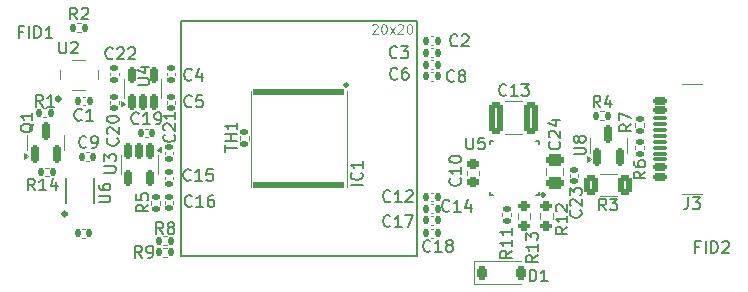
<source format=gto>
G04 #@! TF.GenerationSoftware,KiCad,Pcbnew,8.0.1-8.0.1-1~ubuntu22.04.1*
G04 #@! TF.CreationDate,2024-08-12T13:14:35+02:00*
G04 #@! TF.ProjectId,NerdNOS,4e657264-4e4f-4532-9e6b-696361645f70,rev?*
G04 #@! TF.SameCoordinates,Original*
G04 #@! TF.FileFunction,Legend,Top*
G04 #@! TF.FilePolarity,Positive*
%FSLAX46Y46*%
G04 Gerber Fmt 4.6, Leading zero omitted, Abs format (unit mm)*
G04 Created by KiCad (PCBNEW 8.0.1-8.0.1-1~ubuntu22.04.1) date 2024-08-12 13:14:35*
%MOMM*%
%LPD*%
G01*
G04 APERTURE LIST*
G04 Aperture macros list*
%AMRoundRect*
0 Rectangle with rounded corners*
0 $1 Rounding radius*
0 $2 $3 $4 $5 $6 $7 $8 $9 X,Y pos of 4 corners*
0 Add a 4 corners polygon primitive as box body*
4,1,4,$2,$3,$4,$5,$6,$7,$8,$9,$2,$3,0*
0 Add four circle primitives for the rounded corners*
1,1,$1+$1,$2,$3*
1,1,$1+$1,$4,$5*
1,1,$1+$1,$6,$7*
1,1,$1+$1,$8,$9*
0 Add four rect primitives between the rounded corners*
20,1,$1+$1,$2,$3,$4,$5,0*
20,1,$1+$1,$4,$5,$6,$7,0*
20,1,$1+$1,$6,$7,$8,$9,0*
20,1,$1+$1,$8,$9,$2,$3,0*%
G04 Aperture macros list end*
%ADD10C,0.200000*%
%ADD11C,0.100000*%
%ADD12C,0.150000*%
%ADD13C,0.120000*%
%ADD14C,0.250000*%
%ADD15C,0.313180*%
%ADD16C,0.152400*%
%ADD17C,0.297065*%
%ADD18C,0.000000*%
%ADD19C,0.010000*%
%ADD20RoundRect,0.150000X0.150000X-0.512500X0.150000X0.512500X-0.150000X0.512500X-0.150000X-0.512500X0*%
%ADD21RoundRect,0.135000X0.185000X-0.135000X0.185000X0.135000X-0.185000X0.135000X-0.185000X-0.135000X0*%
%ADD22RoundRect,0.140000X-0.170000X0.140000X-0.170000X-0.140000X0.170000X-0.140000X0.170000X0.140000X0*%
%ADD23RoundRect,0.140000X0.140000X0.170000X-0.140000X0.170000X-0.140000X-0.170000X0.140000X-0.170000X0*%
%ADD24RoundRect,0.140000X-0.140000X-0.170000X0.140000X-0.170000X0.140000X0.170000X-0.140000X0.170000X0*%
%ADD25RoundRect,0.140000X0.170000X-0.140000X0.170000X0.140000X-0.170000X0.140000X-0.170000X-0.140000X0*%
%ADD26RoundRect,0.150000X0.150000X-0.587500X0.150000X0.587500X-0.150000X0.587500X-0.150000X-0.587500X0*%
%ADD27RoundRect,0.135000X-0.185000X0.135000X-0.185000X-0.135000X0.185000X-0.135000X0.185000X0.135000X0*%
%ADD28RoundRect,0.225000X-0.225000X-0.375000X0.225000X-0.375000X0.225000X0.375000X-0.225000X0.375000X0*%
%ADD29R,0.220000X0.599999*%
%ADD30C,0.650000*%
%ADD31RoundRect,0.150000X0.425000X-0.150000X0.425000X0.150000X-0.425000X0.150000X-0.425000X-0.150000X0*%
%ADD32RoundRect,0.075000X0.500000X-0.075000X0.500000X0.075000X-0.500000X0.075000X-0.500000X-0.075000X0*%
%ADD33O,2.100000X1.000000*%
%ADD34O,1.800000X1.000000*%
%ADD35RoundRect,0.135000X-0.135000X-0.185000X0.135000X-0.185000X0.135000X0.185000X-0.135000X0.185000X0*%
%ADD36RoundRect,0.135000X0.135000X0.185000X-0.135000X0.185000X-0.135000X-0.185000X0.135000X-0.185000X0*%
%ADD37R,1.300000X1.100000*%
%ADD38C,2.000000*%
%ADD39RoundRect,0.250000X-0.325000X-1.100000X0.325000X-1.100000X0.325000X1.100000X-0.325000X1.100000X0*%
%ADD40RoundRect,0.250000X-0.312500X-0.625000X0.312500X-0.625000X0.312500X0.625000X-0.312500X0.625000X0*%
%ADD41RoundRect,0.200000X-0.275000X0.200000X-0.275000X-0.200000X0.275000X-0.200000X0.275000X0.200000X0*%
%ADD42RoundRect,0.200000X0.275000X-0.200000X0.275000X0.200000X-0.275000X0.200000X-0.275000X-0.200000X0*%
%ADD43RoundRect,0.236600X-0.000010X0.295000X-0.000010X-0.295000X0.000010X-0.295000X0.000010X0.295000X0*%
%ADD44R,0.254000X0.762000*%
%ADD45RoundRect,0.150000X-0.150000X0.512500X-0.150000X-0.512500X0.150000X-0.512500X0.150000X0.512500X0*%
%ADD46RoundRect,0.250000X0.475000X-0.250000X0.475000X0.250000X-0.475000X0.250000X-0.475000X-0.250000X0*%
%ADD47RoundRect,0.225000X-0.250000X0.225000X-0.250000X-0.225000X0.250000X-0.225000X0.250000X0.225000X0*%
%ADD48C,1.700000*%
G04 APERTURE END LIST*
D10*
X94300000Y-56250000D02*
X114300000Y-56250000D01*
X114300000Y-76100000D01*
X94300000Y-76100000D01*
X94300000Y-56250000D01*
D11*
X110518169Y-56573085D02*
X110556265Y-56534990D01*
X110556265Y-56534990D02*
X110632455Y-56496895D01*
X110632455Y-56496895D02*
X110822931Y-56496895D01*
X110822931Y-56496895D02*
X110899122Y-56534990D01*
X110899122Y-56534990D02*
X110937217Y-56573085D01*
X110937217Y-56573085D02*
X110975312Y-56649276D01*
X110975312Y-56649276D02*
X110975312Y-56725466D01*
X110975312Y-56725466D02*
X110937217Y-56839752D01*
X110937217Y-56839752D02*
X110480074Y-57296895D01*
X110480074Y-57296895D02*
X110975312Y-57296895D01*
X111470551Y-56496895D02*
X111546741Y-56496895D01*
X111546741Y-56496895D02*
X111622932Y-56534990D01*
X111622932Y-56534990D02*
X111661027Y-56573085D01*
X111661027Y-56573085D02*
X111699122Y-56649276D01*
X111699122Y-56649276D02*
X111737217Y-56801657D01*
X111737217Y-56801657D02*
X111737217Y-56992133D01*
X111737217Y-56992133D02*
X111699122Y-57144514D01*
X111699122Y-57144514D02*
X111661027Y-57220704D01*
X111661027Y-57220704D02*
X111622932Y-57258800D01*
X111622932Y-57258800D02*
X111546741Y-57296895D01*
X111546741Y-57296895D02*
X111470551Y-57296895D01*
X111470551Y-57296895D02*
X111394360Y-57258800D01*
X111394360Y-57258800D02*
X111356265Y-57220704D01*
X111356265Y-57220704D02*
X111318170Y-57144514D01*
X111318170Y-57144514D02*
X111280074Y-56992133D01*
X111280074Y-56992133D02*
X111280074Y-56801657D01*
X111280074Y-56801657D02*
X111318170Y-56649276D01*
X111318170Y-56649276D02*
X111356265Y-56573085D01*
X111356265Y-56573085D02*
X111394360Y-56534990D01*
X111394360Y-56534990D02*
X111470551Y-56496895D01*
X112003884Y-57296895D02*
X112422932Y-56763561D01*
X112003884Y-56763561D02*
X112422932Y-57296895D01*
X112689598Y-56573085D02*
X112727694Y-56534990D01*
X112727694Y-56534990D02*
X112803884Y-56496895D01*
X112803884Y-56496895D02*
X112994360Y-56496895D01*
X112994360Y-56496895D02*
X113070551Y-56534990D01*
X113070551Y-56534990D02*
X113108646Y-56573085D01*
X113108646Y-56573085D02*
X113146741Y-56649276D01*
X113146741Y-56649276D02*
X113146741Y-56725466D01*
X113146741Y-56725466D02*
X113108646Y-56839752D01*
X113108646Y-56839752D02*
X112651503Y-57296895D01*
X112651503Y-57296895D02*
X113146741Y-57296895D01*
X113641980Y-56496895D02*
X113718170Y-56496895D01*
X113718170Y-56496895D02*
X113794361Y-56534990D01*
X113794361Y-56534990D02*
X113832456Y-56573085D01*
X113832456Y-56573085D02*
X113870551Y-56649276D01*
X113870551Y-56649276D02*
X113908646Y-56801657D01*
X113908646Y-56801657D02*
X113908646Y-56992133D01*
X113908646Y-56992133D02*
X113870551Y-57144514D01*
X113870551Y-57144514D02*
X113832456Y-57220704D01*
X113832456Y-57220704D02*
X113794361Y-57258800D01*
X113794361Y-57258800D02*
X113718170Y-57296895D01*
X113718170Y-57296895D02*
X113641980Y-57296895D01*
X113641980Y-57296895D02*
X113565789Y-57258800D01*
X113565789Y-57258800D02*
X113527694Y-57220704D01*
X113527694Y-57220704D02*
X113489599Y-57144514D01*
X113489599Y-57144514D02*
X113451503Y-56992133D01*
X113451503Y-56992133D02*
X113451503Y-56801657D01*
X113451503Y-56801657D02*
X113489599Y-56649276D01*
X113489599Y-56649276D02*
X113527694Y-56573085D01*
X113527694Y-56573085D02*
X113565789Y-56534990D01*
X113565789Y-56534990D02*
X113641980Y-56496895D01*
D12*
X90654819Y-61624404D02*
X91464342Y-61624404D01*
X91464342Y-61624404D02*
X91559580Y-61576785D01*
X91559580Y-61576785D02*
X91607200Y-61529166D01*
X91607200Y-61529166D02*
X91654819Y-61433928D01*
X91654819Y-61433928D02*
X91654819Y-61243452D01*
X91654819Y-61243452D02*
X91607200Y-61148214D01*
X91607200Y-61148214D02*
X91559580Y-61100595D01*
X91559580Y-61100595D02*
X91464342Y-61052976D01*
X91464342Y-61052976D02*
X90654819Y-61052976D01*
X90988152Y-60148214D02*
X91654819Y-60148214D01*
X90607200Y-60386309D02*
X91321485Y-60624404D01*
X91321485Y-60624404D02*
X91321485Y-60005357D01*
X132454819Y-64966666D02*
X131978628Y-65299999D01*
X132454819Y-65538094D02*
X131454819Y-65538094D01*
X131454819Y-65538094D02*
X131454819Y-65157142D01*
X131454819Y-65157142D02*
X131502438Y-65061904D01*
X131502438Y-65061904D02*
X131550057Y-65014285D01*
X131550057Y-65014285D02*
X131645295Y-64966666D01*
X131645295Y-64966666D02*
X131788152Y-64966666D01*
X131788152Y-64966666D02*
X131883390Y-65014285D01*
X131883390Y-65014285D02*
X131931009Y-65061904D01*
X131931009Y-65061904D02*
X131978628Y-65157142D01*
X131978628Y-65157142D02*
X131978628Y-65538094D01*
X131454819Y-64633332D02*
X131454819Y-63966666D01*
X131454819Y-63966666D02*
X132454819Y-64395237D01*
X95233333Y-63414180D02*
X95185714Y-63461800D01*
X95185714Y-63461800D02*
X95042857Y-63509419D01*
X95042857Y-63509419D02*
X94947619Y-63509419D01*
X94947619Y-63509419D02*
X94804762Y-63461800D01*
X94804762Y-63461800D02*
X94709524Y-63366561D01*
X94709524Y-63366561D02*
X94661905Y-63271323D01*
X94661905Y-63271323D02*
X94614286Y-63080847D01*
X94614286Y-63080847D02*
X94614286Y-62937990D01*
X94614286Y-62937990D02*
X94661905Y-62747514D01*
X94661905Y-62747514D02*
X94709524Y-62652276D01*
X94709524Y-62652276D02*
X94804762Y-62557038D01*
X94804762Y-62557038D02*
X94947619Y-62509419D01*
X94947619Y-62509419D02*
X95042857Y-62509419D01*
X95042857Y-62509419D02*
X95185714Y-62557038D01*
X95185714Y-62557038D02*
X95233333Y-62604657D01*
X96138095Y-62509419D02*
X95661905Y-62509419D01*
X95661905Y-62509419D02*
X95614286Y-62985609D01*
X95614286Y-62985609D02*
X95661905Y-62937990D01*
X95661905Y-62937990D02*
X95757143Y-62890371D01*
X95757143Y-62890371D02*
X95995238Y-62890371D01*
X95995238Y-62890371D02*
X96090476Y-62937990D01*
X96090476Y-62937990D02*
X96138095Y-62985609D01*
X96138095Y-62985609D02*
X96185714Y-63080847D01*
X96185714Y-63080847D02*
X96185714Y-63318942D01*
X96185714Y-63318942D02*
X96138095Y-63414180D01*
X96138095Y-63414180D02*
X96090476Y-63461800D01*
X96090476Y-63461800D02*
X95995238Y-63509419D01*
X95995238Y-63509419D02*
X95757143Y-63509419D01*
X95757143Y-63509419D02*
X95661905Y-63461800D01*
X95661905Y-63461800D02*
X95614286Y-63414180D01*
X112653333Y-61079580D02*
X112605714Y-61127200D01*
X112605714Y-61127200D02*
X112462857Y-61174819D01*
X112462857Y-61174819D02*
X112367619Y-61174819D01*
X112367619Y-61174819D02*
X112224762Y-61127200D01*
X112224762Y-61127200D02*
X112129524Y-61031961D01*
X112129524Y-61031961D02*
X112081905Y-60936723D01*
X112081905Y-60936723D02*
X112034286Y-60746247D01*
X112034286Y-60746247D02*
X112034286Y-60603390D01*
X112034286Y-60603390D02*
X112081905Y-60412914D01*
X112081905Y-60412914D02*
X112129524Y-60317676D01*
X112129524Y-60317676D02*
X112224762Y-60222438D01*
X112224762Y-60222438D02*
X112367619Y-60174819D01*
X112367619Y-60174819D02*
X112462857Y-60174819D01*
X112462857Y-60174819D02*
X112605714Y-60222438D01*
X112605714Y-60222438D02*
X112653333Y-60270057D01*
X113510476Y-60174819D02*
X113320000Y-60174819D01*
X113320000Y-60174819D02*
X113224762Y-60222438D01*
X113224762Y-60222438D02*
X113177143Y-60270057D01*
X113177143Y-60270057D02*
X113081905Y-60412914D01*
X113081905Y-60412914D02*
X113034286Y-60603390D01*
X113034286Y-60603390D02*
X113034286Y-60984342D01*
X113034286Y-60984342D02*
X113081905Y-61079580D01*
X113081905Y-61079580D02*
X113129524Y-61127200D01*
X113129524Y-61127200D02*
X113224762Y-61174819D01*
X113224762Y-61174819D02*
X113415238Y-61174819D01*
X113415238Y-61174819D02*
X113510476Y-61127200D01*
X113510476Y-61127200D02*
X113558095Y-61079580D01*
X113558095Y-61079580D02*
X113605714Y-60984342D01*
X113605714Y-60984342D02*
X113605714Y-60746247D01*
X113605714Y-60746247D02*
X113558095Y-60651009D01*
X113558095Y-60651009D02*
X113510476Y-60603390D01*
X113510476Y-60603390D02*
X113415238Y-60555771D01*
X113415238Y-60555771D02*
X113224762Y-60555771D01*
X113224762Y-60555771D02*
X113129524Y-60603390D01*
X113129524Y-60603390D02*
X113081905Y-60651009D01*
X113081905Y-60651009D02*
X113034286Y-60746247D01*
X128159580Y-72242857D02*
X128207200Y-72290476D01*
X128207200Y-72290476D02*
X128254819Y-72433333D01*
X128254819Y-72433333D02*
X128254819Y-72528571D01*
X128254819Y-72528571D02*
X128207200Y-72671428D01*
X128207200Y-72671428D02*
X128111961Y-72766666D01*
X128111961Y-72766666D02*
X128016723Y-72814285D01*
X128016723Y-72814285D02*
X127826247Y-72861904D01*
X127826247Y-72861904D02*
X127683390Y-72861904D01*
X127683390Y-72861904D02*
X127492914Y-72814285D01*
X127492914Y-72814285D02*
X127397676Y-72766666D01*
X127397676Y-72766666D02*
X127302438Y-72671428D01*
X127302438Y-72671428D02*
X127254819Y-72528571D01*
X127254819Y-72528571D02*
X127254819Y-72433333D01*
X127254819Y-72433333D02*
X127302438Y-72290476D01*
X127302438Y-72290476D02*
X127350057Y-72242857D01*
X127350057Y-71861904D02*
X127302438Y-71814285D01*
X127302438Y-71814285D02*
X127254819Y-71719047D01*
X127254819Y-71719047D02*
X127254819Y-71480952D01*
X127254819Y-71480952D02*
X127302438Y-71385714D01*
X127302438Y-71385714D02*
X127350057Y-71338095D01*
X127350057Y-71338095D02*
X127445295Y-71290476D01*
X127445295Y-71290476D02*
X127540533Y-71290476D01*
X127540533Y-71290476D02*
X127683390Y-71338095D01*
X127683390Y-71338095D02*
X128254819Y-71909523D01*
X128254819Y-71909523D02*
X128254819Y-71290476D01*
X127254819Y-70957142D02*
X127254819Y-70338095D01*
X127254819Y-70338095D02*
X127635771Y-70671428D01*
X127635771Y-70671428D02*
X127635771Y-70528571D01*
X127635771Y-70528571D02*
X127683390Y-70433333D01*
X127683390Y-70433333D02*
X127731009Y-70385714D01*
X127731009Y-70385714D02*
X127826247Y-70338095D01*
X127826247Y-70338095D02*
X128064342Y-70338095D01*
X128064342Y-70338095D02*
X128159580Y-70385714D01*
X128159580Y-70385714D02*
X128207200Y-70433333D01*
X128207200Y-70433333D02*
X128254819Y-70528571D01*
X128254819Y-70528571D02*
X128254819Y-70814285D01*
X128254819Y-70814285D02*
X128207200Y-70909523D01*
X128207200Y-70909523D02*
X128159580Y-70957142D01*
X81850057Y-64895238D02*
X81802438Y-64990476D01*
X81802438Y-64990476D02*
X81707200Y-65085714D01*
X81707200Y-65085714D02*
X81564342Y-65228571D01*
X81564342Y-65228571D02*
X81516723Y-65323809D01*
X81516723Y-65323809D02*
X81516723Y-65419047D01*
X81754819Y-65371428D02*
X81707200Y-65466666D01*
X81707200Y-65466666D02*
X81611961Y-65561904D01*
X81611961Y-65561904D02*
X81421485Y-65609523D01*
X81421485Y-65609523D02*
X81088152Y-65609523D01*
X81088152Y-65609523D02*
X80897676Y-65561904D01*
X80897676Y-65561904D02*
X80802438Y-65466666D01*
X80802438Y-65466666D02*
X80754819Y-65371428D01*
X80754819Y-65371428D02*
X80754819Y-65180952D01*
X80754819Y-65180952D02*
X80802438Y-65085714D01*
X80802438Y-65085714D02*
X80897676Y-64990476D01*
X80897676Y-64990476D02*
X81088152Y-64942857D01*
X81088152Y-64942857D02*
X81421485Y-64942857D01*
X81421485Y-64942857D02*
X81611961Y-64990476D01*
X81611961Y-64990476D02*
X81707200Y-65085714D01*
X81707200Y-65085714D02*
X81754819Y-65180952D01*
X81754819Y-65180952D02*
X81754819Y-65371428D01*
X81754819Y-63990476D02*
X81754819Y-64561904D01*
X81754819Y-64276190D02*
X80754819Y-64276190D01*
X80754819Y-64276190D02*
X80897676Y-64371428D01*
X80897676Y-64371428D02*
X80992914Y-64466666D01*
X80992914Y-64466666D02*
X81040533Y-64561904D01*
X117733333Y-58259580D02*
X117685714Y-58307200D01*
X117685714Y-58307200D02*
X117542857Y-58354819D01*
X117542857Y-58354819D02*
X117447619Y-58354819D01*
X117447619Y-58354819D02*
X117304762Y-58307200D01*
X117304762Y-58307200D02*
X117209524Y-58211961D01*
X117209524Y-58211961D02*
X117161905Y-58116723D01*
X117161905Y-58116723D02*
X117114286Y-57926247D01*
X117114286Y-57926247D02*
X117114286Y-57783390D01*
X117114286Y-57783390D02*
X117161905Y-57592914D01*
X117161905Y-57592914D02*
X117209524Y-57497676D01*
X117209524Y-57497676D02*
X117304762Y-57402438D01*
X117304762Y-57402438D02*
X117447619Y-57354819D01*
X117447619Y-57354819D02*
X117542857Y-57354819D01*
X117542857Y-57354819D02*
X117685714Y-57402438D01*
X117685714Y-57402438D02*
X117733333Y-57450057D01*
X118114286Y-57450057D02*
X118161905Y-57402438D01*
X118161905Y-57402438D02*
X118257143Y-57354819D01*
X118257143Y-57354819D02*
X118495238Y-57354819D01*
X118495238Y-57354819D02*
X118590476Y-57402438D01*
X118590476Y-57402438D02*
X118638095Y-57450057D01*
X118638095Y-57450057D02*
X118685714Y-57545295D01*
X118685714Y-57545295D02*
X118685714Y-57640533D01*
X118685714Y-57640533D02*
X118638095Y-57783390D01*
X118638095Y-57783390D02*
X118066667Y-58354819D01*
X118066667Y-58354819D02*
X118685714Y-58354819D01*
X133654819Y-68966666D02*
X133178628Y-69299999D01*
X133654819Y-69538094D02*
X132654819Y-69538094D01*
X132654819Y-69538094D02*
X132654819Y-69157142D01*
X132654819Y-69157142D02*
X132702438Y-69061904D01*
X132702438Y-69061904D02*
X132750057Y-69014285D01*
X132750057Y-69014285D02*
X132845295Y-68966666D01*
X132845295Y-68966666D02*
X132988152Y-68966666D01*
X132988152Y-68966666D02*
X133083390Y-69014285D01*
X133083390Y-69014285D02*
X133131009Y-69061904D01*
X133131009Y-69061904D02*
X133178628Y-69157142D01*
X133178628Y-69157142D02*
X133178628Y-69538094D01*
X132654819Y-68109523D02*
X132654819Y-68299999D01*
X132654819Y-68299999D02*
X132702438Y-68395237D01*
X132702438Y-68395237D02*
X132750057Y-68442856D01*
X132750057Y-68442856D02*
X132892914Y-68538094D01*
X132892914Y-68538094D02*
X133083390Y-68585713D01*
X133083390Y-68585713D02*
X133464342Y-68585713D01*
X133464342Y-68585713D02*
X133559580Y-68538094D01*
X133559580Y-68538094D02*
X133607200Y-68490475D01*
X133607200Y-68490475D02*
X133654819Y-68395237D01*
X133654819Y-68395237D02*
X133654819Y-68204761D01*
X133654819Y-68204761D02*
X133607200Y-68109523D01*
X133607200Y-68109523D02*
X133559580Y-68061904D01*
X133559580Y-68061904D02*
X133464342Y-68014285D01*
X133464342Y-68014285D02*
X133226247Y-68014285D01*
X133226247Y-68014285D02*
X133131009Y-68061904D01*
X133131009Y-68061904D02*
X133083390Y-68109523D01*
X133083390Y-68109523D02*
X133035771Y-68204761D01*
X133035771Y-68204761D02*
X133035771Y-68395237D01*
X133035771Y-68395237D02*
X133083390Y-68490475D01*
X133083390Y-68490475D02*
X133131009Y-68538094D01*
X133131009Y-68538094D02*
X133226247Y-68585713D01*
X88959580Y-66142857D02*
X89007200Y-66190476D01*
X89007200Y-66190476D02*
X89054819Y-66333333D01*
X89054819Y-66333333D02*
X89054819Y-66428571D01*
X89054819Y-66428571D02*
X89007200Y-66571428D01*
X89007200Y-66571428D02*
X88911961Y-66666666D01*
X88911961Y-66666666D02*
X88816723Y-66714285D01*
X88816723Y-66714285D02*
X88626247Y-66761904D01*
X88626247Y-66761904D02*
X88483390Y-66761904D01*
X88483390Y-66761904D02*
X88292914Y-66714285D01*
X88292914Y-66714285D02*
X88197676Y-66666666D01*
X88197676Y-66666666D02*
X88102438Y-66571428D01*
X88102438Y-66571428D02*
X88054819Y-66428571D01*
X88054819Y-66428571D02*
X88054819Y-66333333D01*
X88054819Y-66333333D02*
X88102438Y-66190476D01*
X88102438Y-66190476D02*
X88150057Y-66142857D01*
X88150057Y-65761904D02*
X88102438Y-65714285D01*
X88102438Y-65714285D02*
X88054819Y-65619047D01*
X88054819Y-65619047D02*
X88054819Y-65380952D01*
X88054819Y-65380952D02*
X88102438Y-65285714D01*
X88102438Y-65285714D02*
X88150057Y-65238095D01*
X88150057Y-65238095D02*
X88245295Y-65190476D01*
X88245295Y-65190476D02*
X88340533Y-65190476D01*
X88340533Y-65190476D02*
X88483390Y-65238095D01*
X88483390Y-65238095D02*
X89054819Y-65809523D01*
X89054819Y-65809523D02*
X89054819Y-65190476D01*
X88054819Y-64571428D02*
X88054819Y-64476190D01*
X88054819Y-64476190D02*
X88102438Y-64380952D01*
X88102438Y-64380952D02*
X88150057Y-64333333D01*
X88150057Y-64333333D02*
X88245295Y-64285714D01*
X88245295Y-64285714D02*
X88435771Y-64238095D01*
X88435771Y-64238095D02*
X88673866Y-64238095D01*
X88673866Y-64238095D02*
X88864342Y-64285714D01*
X88864342Y-64285714D02*
X88959580Y-64333333D01*
X88959580Y-64333333D02*
X89007200Y-64380952D01*
X89007200Y-64380952D02*
X89054819Y-64476190D01*
X89054819Y-64476190D02*
X89054819Y-64571428D01*
X89054819Y-64571428D02*
X89007200Y-64666666D01*
X89007200Y-64666666D02*
X88959580Y-64714285D01*
X88959580Y-64714285D02*
X88864342Y-64761904D01*
X88864342Y-64761904D02*
X88673866Y-64809523D01*
X88673866Y-64809523D02*
X88435771Y-64809523D01*
X88435771Y-64809523D02*
X88245295Y-64761904D01*
X88245295Y-64761904D02*
X88150057Y-64714285D01*
X88150057Y-64714285D02*
X88102438Y-64666666D01*
X88102438Y-64666666D02*
X88054819Y-64571428D01*
X91554819Y-71766666D02*
X91078628Y-72099999D01*
X91554819Y-72338094D02*
X90554819Y-72338094D01*
X90554819Y-72338094D02*
X90554819Y-71957142D01*
X90554819Y-71957142D02*
X90602438Y-71861904D01*
X90602438Y-71861904D02*
X90650057Y-71814285D01*
X90650057Y-71814285D02*
X90745295Y-71766666D01*
X90745295Y-71766666D02*
X90888152Y-71766666D01*
X90888152Y-71766666D02*
X90983390Y-71814285D01*
X90983390Y-71814285D02*
X91031009Y-71861904D01*
X91031009Y-71861904D02*
X91078628Y-71957142D01*
X91078628Y-71957142D02*
X91078628Y-72338094D01*
X90554819Y-70861904D02*
X90554819Y-71338094D01*
X90554819Y-71338094D02*
X91031009Y-71385713D01*
X91031009Y-71385713D02*
X90983390Y-71338094D01*
X90983390Y-71338094D02*
X90935771Y-71242856D01*
X90935771Y-71242856D02*
X90935771Y-71004761D01*
X90935771Y-71004761D02*
X90983390Y-70909523D01*
X90983390Y-70909523D02*
X91031009Y-70861904D01*
X91031009Y-70861904D02*
X91126247Y-70814285D01*
X91126247Y-70814285D02*
X91364342Y-70814285D01*
X91364342Y-70814285D02*
X91459580Y-70861904D01*
X91459580Y-70861904D02*
X91507200Y-70909523D01*
X91507200Y-70909523D02*
X91554819Y-71004761D01*
X91554819Y-71004761D02*
X91554819Y-71242856D01*
X91554819Y-71242856D02*
X91507200Y-71338094D01*
X91507200Y-71338094D02*
X91459580Y-71385713D01*
X123861905Y-78254819D02*
X123861905Y-77254819D01*
X123861905Y-77254819D02*
X124100000Y-77254819D01*
X124100000Y-77254819D02*
X124242857Y-77302438D01*
X124242857Y-77302438D02*
X124338095Y-77397676D01*
X124338095Y-77397676D02*
X124385714Y-77492914D01*
X124385714Y-77492914D02*
X124433333Y-77683390D01*
X124433333Y-77683390D02*
X124433333Y-77826247D01*
X124433333Y-77826247D02*
X124385714Y-78016723D01*
X124385714Y-78016723D02*
X124338095Y-78111961D01*
X124338095Y-78111961D02*
X124242857Y-78207200D01*
X124242857Y-78207200D02*
X124100000Y-78254819D01*
X124100000Y-78254819D02*
X123861905Y-78254819D01*
X125385714Y-78254819D02*
X124814286Y-78254819D01*
X125100000Y-78254819D02*
X125100000Y-77254819D01*
X125100000Y-77254819D02*
X125004762Y-77397676D01*
X125004762Y-77397676D02*
X124909524Y-77492914D01*
X124909524Y-77492914D02*
X124814286Y-77540533D01*
X118508095Y-66084819D02*
X118508095Y-66894342D01*
X118508095Y-66894342D02*
X118555714Y-66989580D01*
X118555714Y-66989580D02*
X118603333Y-67037200D01*
X118603333Y-67037200D02*
X118698571Y-67084819D01*
X118698571Y-67084819D02*
X118889047Y-67084819D01*
X118889047Y-67084819D02*
X118984285Y-67037200D01*
X118984285Y-67037200D02*
X119031904Y-66989580D01*
X119031904Y-66989580D02*
X119079523Y-66894342D01*
X119079523Y-66894342D02*
X119079523Y-66084819D01*
X120031904Y-66084819D02*
X119555714Y-66084819D01*
X119555714Y-66084819D02*
X119508095Y-66561009D01*
X119508095Y-66561009D02*
X119555714Y-66513390D01*
X119555714Y-66513390D02*
X119650952Y-66465771D01*
X119650952Y-66465771D02*
X119889047Y-66465771D01*
X119889047Y-66465771D02*
X119984285Y-66513390D01*
X119984285Y-66513390D02*
X120031904Y-66561009D01*
X120031904Y-66561009D02*
X120079523Y-66656247D01*
X120079523Y-66656247D02*
X120079523Y-66894342D01*
X120079523Y-66894342D02*
X120031904Y-66989580D01*
X120031904Y-66989580D02*
X119984285Y-67037200D01*
X119984285Y-67037200D02*
X119889047Y-67084819D01*
X119889047Y-67084819D02*
X119650952Y-67084819D01*
X119650952Y-67084819D02*
X119555714Y-67037200D01*
X119555714Y-67037200D02*
X119508095Y-66989580D01*
X137266666Y-71154819D02*
X137266666Y-71869104D01*
X137266666Y-71869104D02*
X137219047Y-72011961D01*
X137219047Y-72011961D02*
X137123809Y-72107200D01*
X137123809Y-72107200D02*
X136980952Y-72154819D01*
X136980952Y-72154819D02*
X136885714Y-72154819D01*
X137647619Y-71154819D02*
X138266666Y-71154819D01*
X138266666Y-71154819D02*
X137933333Y-71535771D01*
X137933333Y-71535771D02*
X138076190Y-71535771D01*
X138076190Y-71535771D02*
X138171428Y-71583390D01*
X138171428Y-71583390D02*
X138219047Y-71631009D01*
X138219047Y-71631009D02*
X138266666Y-71726247D01*
X138266666Y-71726247D02*
X138266666Y-71964342D01*
X138266666Y-71964342D02*
X138219047Y-72059580D01*
X138219047Y-72059580D02*
X138171428Y-72107200D01*
X138171428Y-72107200D02*
X138076190Y-72154819D01*
X138076190Y-72154819D02*
X137790476Y-72154819D01*
X137790476Y-72154819D02*
X137695238Y-72107200D01*
X137695238Y-72107200D02*
X137647619Y-72059580D01*
X115457142Y-75659580D02*
X115409523Y-75707200D01*
X115409523Y-75707200D02*
X115266666Y-75754819D01*
X115266666Y-75754819D02*
X115171428Y-75754819D01*
X115171428Y-75754819D02*
X115028571Y-75707200D01*
X115028571Y-75707200D02*
X114933333Y-75611961D01*
X114933333Y-75611961D02*
X114885714Y-75516723D01*
X114885714Y-75516723D02*
X114838095Y-75326247D01*
X114838095Y-75326247D02*
X114838095Y-75183390D01*
X114838095Y-75183390D02*
X114885714Y-74992914D01*
X114885714Y-74992914D02*
X114933333Y-74897676D01*
X114933333Y-74897676D02*
X115028571Y-74802438D01*
X115028571Y-74802438D02*
X115171428Y-74754819D01*
X115171428Y-74754819D02*
X115266666Y-74754819D01*
X115266666Y-74754819D02*
X115409523Y-74802438D01*
X115409523Y-74802438D02*
X115457142Y-74850057D01*
X116409523Y-75754819D02*
X115838095Y-75754819D01*
X116123809Y-75754819D02*
X116123809Y-74754819D01*
X116123809Y-74754819D02*
X116028571Y-74897676D01*
X116028571Y-74897676D02*
X115933333Y-74992914D01*
X115933333Y-74992914D02*
X115838095Y-75040533D01*
X116980952Y-75183390D02*
X116885714Y-75135771D01*
X116885714Y-75135771D02*
X116838095Y-75088152D01*
X116838095Y-75088152D02*
X116790476Y-74992914D01*
X116790476Y-74992914D02*
X116790476Y-74945295D01*
X116790476Y-74945295D02*
X116838095Y-74850057D01*
X116838095Y-74850057D02*
X116885714Y-74802438D01*
X116885714Y-74802438D02*
X116980952Y-74754819D01*
X116980952Y-74754819D02*
X117171428Y-74754819D01*
X117171428Y-74754819D02*
X117266666Y-74802438D01*
X117266666Y-74802438D02*
X117314285Y-74850057D01*
X117314285Y-74850057D02*
X117361904Y-74945295D01*
X117361904Y-74945295D02*
X117361904Y-74992914D01*
X117361904Y-74992914D02*
X117314285Y-75088152D01*
X117314285Y-75088152D02*
X117266666Y-75135771D01*
X117266666Y-75135771D02*
X117171428Y-75183390D01*
X117171428Y-75183390D02*
X116980952Y-75183390D01*
X116980952Y-75183390D02*
X116885714Y-75231009D01*
X116885714Y-75231009D02*
X116838095Y-75278628D01*
X116838095Y-75278628D02*
X116790476Y-75373866D01*
X116790476Y-75373866D02*
X116790476Y-75564342D01*
X116790476Y-75564342D02*
X116838095Y-75659580D01*
X116838095Y-75659580D02*
X116885714Y-75707200D01*
X116885714Y-75707200D02*
X116980952Y-75754819D01*
X116980952Y-75754819D02*
X117171428Y-75754819D01*
X117171428Y-75754819D02*
X117266666Y-75707200D01*
X117266666Y-75707200D02*
X117314285Y-75659580D01*
X117314285Y-75659580D02*
X117361904Y-75564342D01*
X117361904Y-75564342D02*
X117361904Y-75373866D01*
X117361904Y-75373866D02*
X117314285Y-75278628D01*
X117314285Y-75278628D02*
X117266666Y-75231009D01*
X117266666Y-75231009D02*
X117171428Y-75183390D01*
X95157142Y-69659580D02*
X95109523Y-69707200D01*
X95109523Y-69707200D02*
X94966666Y-69754819D01*
X94966666Y-69754819D02*
X94871428Y-69754819D01*
X94871428Y-69754819D02*
X94728571Y-69707200D01*
X94728571Y-69707200D02*
X94633333Y-69611961D01*
X94633333Y-69611961D02*
X94585714Y-69516723D01*
X94585714Y-69516723D02*
X94538095Y-69326247D01*
X94538095Y-69326247D02*
X94538095Y-69183390D01*
X94538095Y-69183390D02*
X94585714Y-68992914D01*
X94585714Y-68992914D02*
X94633333Y-68897676D01*
X94633333Y-68897676D02*
X94728571Y-68802438D01*
X94728571Y-68802438D02*
X94871428Y-68754819D01*
X94871428Y-68754819D02*
X94966666Y-68754819D01*
X94966666Y-68754819D02*
X95109523Y-68802438D01*
X95109523Y-68802438D02*
X95157142Y-68850057D01*
X96109523Y-69754819D02*
X95538095Y-69754819D01*
X95823809Y-69754819D02*
X95823809Y-68754819D01*
X95823809Y-68754819D02*
X95728571Y-68897676D01*
X95728571Y-68897676D02*
X95633333Y-68992914D01*
X95633333Y-68992914D02*
X95538095Y-69040533D01*
X97014285Y-68754819D02*
X96538095Y-68754819D01*
X96538095Y-68754819D02*
X96490476Y-69231009D01*
X96490476Y-69231009D02*
X96538095Y-69183390D01*
X96538095Y-69183390D02*
X96633333Y-69135771D01*
X96633333Y-69135771D02*
X96871428Y-69135771D01*
X96871428Y-69135771D02*
X96966666Y-69183390D01*
X96966666Y-69183390D02*
X97014285Y-69231009D01*
X97014285Y-69231009D02*
X97061904Y-69326247D01*
X97061904Y-69326247D02*
X97061904Y-69564342D01*
X97061904Y-69564342D02*
X97014285Y-69659580D01*
X97014285Y-69659580D02*
X96966666Y-69707200D01*
X96966666Y-69707200D02*
X96871428Y-69754819D01*
X96871428Y-69754819D02*
X96633333Y-69754819D01*
X96633333Y-69754819D02*
X96538095Y-69707200D01*
X96538095Y-69707200D02*
X96490476Y-69659580D01*
X129833333Y-63534819D02*
X129500000Y-63058628D01*
X129261905Y-63534819D02*
X129261905Y-62534819D01*
X129261905Y-62534819D02*
X129642857Y-62534819D01*
X129642857Y-62534819D02*
X129738095Y-62582438D01*
X129738095Y-62582438D02*
X129785714Y-62630057D01*
X129785714Y-62630057D02*
X129833333Y-62725295D01*
X129833333Y-62725295D02*
X129833333Y-62868152D01*
X129833333Y-62868152D02*
X129785714Y-62963390D01*
X129785714Y-62963390D02*
X129738095Y-63011009D01*
X129738095Y-63011009D02*
X129642857Y-63058628D01*
X129642857Y-63058628D02*
X129261905Y-63058628D01*
X130690476Y-62868152D02*
X130690476Y-63534819D01*
X130452381Y-62487200D02*
X130214286Y-63201485D01*
X130214286Y-63201485D02*
X130833333Y-63201485D01*
X112057142Y-73559580D02*
X112009523Y-73607200D01*
X112009523Y-73607200D02*
X111866666Y-73654819D01*
X111866666Y-73654819D02*
X111771428Y-73654819D01*
X111771428Y-73654819D02*
X111628571Y-73607200D01*
X111628571Y-73607200D02*
X111533333Y-73511961D01*
X111533333Y-73511961D02*
X111485714Y-73416723D01*
X111485714Y-73416723D02*
X111438095Y-73226247D01*
X111438095Y-73226247D02*
X111438095Y-73083390D01*
X111438095Y-73083390D02*
X111485714Y-72892914D01*
X111485714Y-72892914D02*
X111533333Y-72797676D01*
X111533333Y-72797676D02*
X111628571Y-72702438D01*
X111628571Y-72702438D02*
X111771428Y-72654819D01*
X111771428Y-72654819D02*
X111866666Y-72654819D01*
X111866666Y-72654819D02*
X112009523Y-72702438D01*
X112009523Y-72702438D02*
X112057142Y-72750057D01*
X113009523Y-73654819D02*
X112438095Y-73654819D01*
X112723809Y-73654819D02*
X112723809Y-72654819D01*
X112723809Y-72654819D02*
X112628571Y-72797676D01*
X112628571Y-72797676D02*
X112533333Y-72892914D01*
X112533333Y-72892914D02*
X112438095Y-72940533D01*
X113342857Y-72654819D02*
X114009523Y-72654819D01*
X114009523Y-72654819D02*
X113580952Y-73654819D01*
X92833333Y-74254819D02*
X92500000Y-73778628D01*
X92261905Y-74254819D02*
X92261905Y-73254819D01*
X92261905Y-73254819D02*
X92642857Y-73254819D01*
X92642857Y-73254819D02*
X92738095Y-73302438D01*
X92738095Y-73302438D02*
X92785714Y-73350057D01*
X92785714Y-73350057D02*
X92833333Y-73445295D01*
X92833333Y-73445295D02*
X92833333Y-73588152D01*
X92833333Y-73588152D02*
X92785714Y-73683390D01*
X92785714Y-73683390D02*
X92738095Y-73731009D01*
X92738095Y-73731009D02*
X92642857Y-73778628D01*
X92642857Y-73778628D02*
X92261905Y-73778628D01*
X93404762Y-73683390D02*
X93309524Y-73635771D01*
X93309524Y-73635771D02*
X93261905Y-73588152D01*
X93261905Y-73588152D02*
X93214286Y-73492914D01*
X93214286Y-73492914D02*
X93214286Y-73445295D01*
X93214286Y-73445295D02*
X93261905Y-73350057D01*
X93261905Y-73350057D02*
X93309524Y-73302438D01*
X93309524Y-73302438D02*
X93404762Y-73254819D01*
X93404762Y-73254819D02*
X93595238Y-73254819D01*
X93595238Y-73254819D02*
X93690476Y-73302438D01*
X93690476Y-73302438D02*
X93738095Y-73350057D01*
X93738095Y-73350057D02*
X93785714Y-73445295D01*
X93785714Y-73445295D02*
X93785714Y-73492914D01*
X93785714Y-73492914D02*
X93738095Y-73588152D01*
X93738095Y-73588152D02*
X93690476Y-73635771D01*
X93690476Y-73635771D02*
X93595238Y-73683390D01*
X93595238Y-73683390D02*
X93404762Y-73683390D01*
X93404762Y-73683390D02*
X93309524Y-73731009D01*
X93309524Y-73731009D02*
X93261905Y-73778628D01*
X93261905Y-73778628D02*
X93214286Y-73873866D01*
X93214286Y-73873866D02*
X93214286Y-74064342D01*
X93214286Y-74064342D02*
X93261905Y-74159580D01*
X93261905Y-74159580D02*
X93309524Y-74207200D01*
X93309524Y-74207200D02*
X93404762Y-74254819D01*
X93404762Y-74254819D02*
X93595238Y-74254819D01*
X93595238Y-74254819D02*
X93690476Y-74207200D01*
X93690476Y-74207200D02*
X93738095Y-74159580D01*
X93738095Y-74159580D02*
X93785714Y-74064342D01*
X93785714Y-74064342D02*
X93785714Y-73873866D01*
X93785714Y-73873866D02*
X93738095Y-73778628D01*
X93738095Y-73778628D02*
X93690476Y-73731009D01*
X93690476Y-73731009D02*
X93595238Y-73683390D01*
X112613333Y-59259580D02*
X112565714Y-59307200D01*
X112565714Y-59307200D02*
X112422857Y-59354819D01*
X112422857Y-59354819D02*
X112327619Y-59354819D01*
X112327619Y-59354819D02*
X112184762Y-59307200D01*
X112184762Y-59307200D02*
X112089524Y-59211961D01*
X112089524Y-59211961D02*
X112041905Y-59116723D01*
X112041905Y-59116723D02*
X111994286Y-58926247D01*
X111994286Y-58926247D02*
X111994286Y-58783390D01*
X111994286Y-58783390D02*
X112041905Y-58592914D01*
X112041905Y-58592914D02*
X112089524Y-58497676D01*
X112089524Y-58497676D02*
X112184762Y-58402438D01*
X112184762Y-58402438D02*
X112327619Y-58354819D01*
X112327619Y-58354819D02*
X112422857Y-58354819D01*
X112422857Y-58354819D02*
X112565714Y-58402438D01*
X112565714Y-58402438D02*
X112613333Y-58450057D01*
X112946667Y-58354819D02*
X113565714Y-58354819D01*
X113565714Y-58354819D02*
X113232381Y-58735771D01*
X113232381Y-58735771D02*
X113375238Y-58735771D01*
X113375238Y-58735771D02*
X113470476Y-58783390D01*
X113470476Y-58783390D02*
X113518095Y-58831009D01*
X113518095Y-58831009D02*
X113565714Y-58926247D01*
X113565714Y-58926247D02*
X113565714Y-59164342D01*
X113565714Y-59164342D02*
X113518095Y-59259580D01*
X113518095Y-59259580D02*
X113470476Y-59307200D01*
X113470476Y-59307200D02*
X113375238Y-59354819D01*
X113375238Y-59354819D02*
X113089524Y-59354819D01*
X113089524Y-59354819D02*
X112994286Y-59307200D01*
X112994286Y-59307200D02*
X112946667Y-59259580D01*
X91033333Y-76254819D02*
X90700000Y-75778628D01*
X90461905Y-76254819D02*
X90461905Y-75254819D01*
X90461905Y-75254819D02*
X90842857Y-75254819D01*
X90842857Y-75254819D02*
X90938095Y-75302438D01*
X90938095Y-75302438D02*
X90985714Y-75350057D01*
X90985714Y-75350057D02*
X91033333Y-75445295D01*
X91033333Y-75445295D02*
X91033333Y-75588152D01*
X91033333Y-75588152D02*
X90985714Y-75683390D01*
X90985714Y-75683390D02*
X90938095Y-75731009D01*
X90938095Y-75731009D02*
X90842857Y-75778628D01*
X90842857Y-75778628D02*
X90461905Y-75778628D01*
X91509524Y-76254819D02*
X91700000Y-76254819D01*
X91700000Y-76254819D02*
X91795238Y-76207200D01*
X91795238Y-76207200D02*
X91842857Y-76159580D01*
X91842857Y-76159580D02*
X91938095Y-76016723D01*
X91938095Y-76016723D02*
X91985714Y-75826247D01*
X91985714Y-75826247D02*
X91985714Y-75445295D01*
X91985714Y-75445295D02*
X91938095Y-75350057D01*
X91938095Y-75350057D02*
X91890476Y-75302438D01*
X91890476Y-75302438D02*
X91795238Y-75254819D01*
X91795238Y-75254819D02*
X91604762Y-75254819D01*
X91604762Y-75254819D02*
X91509524Y-75302438D01*
X91509524Y-75302438D02*
X91461905Y-75350057D01*
X91461905Y-75350057D02*
X91414286Y-75445295D01*
X91414286Y-75445295D02*
X91414286Y-75683390D01*
X91414286Y-75683390D02*
X91461905Y-75778628D01*
X91461905Y-75778628D02*
X91509524Y-75826247D01*
X91509524Y-75826247D02*
X91604762Y-75873866D01*
X91604762Y-75873866D02*
X91795238Y-75873866D01*
X91795238Y-75873866D02*
X91890476Y-75826247D01*
X91890476Y-75826247D02*
X91938095Y-75778628D01*
X91938095Y-75778628D02*
X91985714Y-75683390D01*
X84038094Y-57954819D02*
X84038094Y-58764342D01*
X84038094Y-58764342D02*
X84085713Y-58859580D01*
X84085713Y-58859580D02*
X84133332Y-58907200D01*
X84133332Y-58907200D02*
X84228570Y-58954819D01*
X84228570Y-58954819D02*
X84419046Y-58954819D01*
X84419046Y-58954819D02*
X84514284Y-58907200D01*
X84514284Y-58907200D02*
X84561903Y-58859580D01*
X84561903Y-58859580D02*
X84609522Y-58764342D01*
X84609522Y-58764342D02*
X84609522Y-57954819D01*
X85038094Y-58050057D02*
X85085713Y-58002438D01*
X85085713Y-58002438D02*
X85180951Y-57954819D01*
X85180951Y-57954819D02*
X85419046Y-57954819D01*
X85419046Y-57954819D02*
X85514284Y-58002438D01*
X85514284Y-58002438D02*
X85561903Y-58050057D01*
X85561903Y-58050057D02*
X85609522Y-58145295D01*
X85609522Y-58145295D02*
X85609522Y-58240533D01*
X85609522Y-58240533D02*
X85561903Y-58383390D01*
X85561903Y-58383390D02*
X84990475Y-58954819D01*
X84990475Y-58954819D02*
X85609522Y-58954819D01*
X85933333Y-64559580D02*
X85885714Y-64607200D01*
X85885714Y-64607200D02*
X85742857Y-64654819D01*
X85742857Y-64654819D02*
X85647619Y-64654819D01*
X85647619Y-64654819D02*
X85504762Y-64607200D01*
X85504762Y-64607200D02*
X85409524Y-64511961D01*
X85409524Y-64511961D02*
X85361905Y-64416723D01*
X85361905Y-64416723D02*
X85314286Y-64226247D01*
X85314286Y-64226247D02*
X85314286Y-64083390D01*
X85314286Y-64083390D02*
X85361905Y-63892914D01*
X85361905Y-63892914D02*
X85409524Y-63797676D01*
X85409524Y-63797676D02*
X85504762Y-63702438D01*
X85504762Y-63702438D02*
X85647619Y-63654819D01*
X85647619Y-63654819D02*
X85742857Y-63654819D01*
X85742857Y-63654819D02*
X85885714Y-63702438D01*
X85885714Y-63702438D02*
X85933333Y-63750057D01*
X86885714Y-64654819D02*
X86314286Y-64654819D01*
X86600000Y-64654819D02*
X86600000Y-63654819D01*
X86600000Y-63654819D02*
X86504762Y-63797676D01*
X86504762Y-63797676D02*
X86409524Y-63892914D01*
X86409524Y-63892914D02*
X86314286Y-63940533D01*
X138228571Y-75331009D02*
X137895238Y-75331009D01*
X137895238Y-75854819D02*
X137895238Y-74854819D01*
X137895238Y-74854819D02*
X138371428Y-74854819D01*
X138752381Y-75854819D02*
X138752381Y-74854819D01*
X139228571Y-75854819D02*
X139228571Y-74854819D01*
X139228571Y-74854819D02*
X139466666Y-74854819D01*
X139466666Y-74854819D02*
X139609523Y-74902438D01*
X139609523Y-74902438D02*
X139704761Y-74997676D01*
X139704761Y-74997676D02*
X139752380Y-75092914D01*
X139752380Y-75092914D02*
X139799999Y-75283390D01*
X139799999Y-75283390D02*
X139799999Y-75426247D01*
X139799999Y-75426247D02*
X139752380Y-75616723D01*
X139752380Y-75616723D02*
X139704761Y-75711961D01*
X139704761Y-75711961D02*
X139609523Y-75807200D01*
X139609523Y-75807200D02*
X139466666Y-75854819D01*
X139466666Y-75854819D02*
X139228571Y-75854819D01*
X140180952Y-74950057D02*
X140228571Y-74902438D01*
X140228571Y-74902438D02*
X140323809Y-74854819D01*
X140323809Y-74854819D02*
X140561904Y-74854819D01*
X140561904Y-74854819D02*
X140657142Y-74902438D01*
X140657142Y-74902438D02*
X140704761Y-74950057D01*
X140704761Y-74950057D02*
X140752380Y-75045295D01*
X140752380Y-75045295D02*
X140752380Y-75140533D01*
X140752380Y-75140533D02*
X140704761Y-75283390D01*
X140704761Y-75283390D02*
X140133333Y-75854819D01*
X140133333Y-75854819D02*
X140752380Y-75854819D01*
X121877142Y-62449580D02*
X121829523Y-62497200D01*
X121829523Y-62497200D02*
X121686666Y-62544819D01*
X121686666Y-62544819D02*
X121591428Y-62544819D01*
X121591428Y-62544819D02*
X121448571Y-62497200D01*
X121448571Y-62497200D02*
X121353333Y-62401961D01*
X121353333Y-62401961D02*
X121305714Y-62306723D01*
X121305714Y-62306723D02*
X121258095Y-62116247D01*
X121258095Y-62116247D02*
X121258095Y-61973390D01*
X121258095Y-61973390D02*
X121305714Y-61782914D01*
X121305714Y-61782914D02*
X121353333Y-61687676D01*
X121353333Y-61687676D02*
X121448571Y-61592438D01*
X121448571Y-61592438D02*
X121591428Y-61544819D01*
X121591428Y-61544819D02*
X121686666Y-61544819D01*
X121686666Y-61544819D02*
X121829523Y-61592438D01*
X121829523Y-61592438D02*
X121877142Y-61640057D01*
X122829523Y-62544819D02*
X122258095Y-62544819D01*
X122543809Y-62544819D02*
X122543809Y-61544819D01*
X122543809Y-61544819D02*
X122448571Y-61687676D01*
X122448571Y-61687676D02*
X122353333Y-61782914D01*
X122353333Y-61782914D02*
X122258095Y-61830533D01*
X123162857Y-61544819D02*
X123781904Y-61544819D01*
X123781904Y-61544819D02*
X123448571Y-61925771D01*
X123448571Y-61925771D02*
X123591428Y-61925771D01*
X123591428Y-61925771D02*
X123686666Y-61973390D01*
X123686666Y-61973390D02*
X123734285Y-62021009D01*
X123734285Y-62021009D02*
X123781904Y-62116247D01*
X123781904Y-62116247D02*
X123781904Y-62354342D01*
X123781904Y-62354342D02*
X123734285Y-62449580D01*
X123734285Y-62449580D02*
X123686666Y-62497200D01*
X123686666Y-62497200D02*
X123591428Y-62544819D01*
X123591428Y-62544819D02*
X123305714Y-62544819D01*
X123305714Y-62544819D02*
X123210476Y-62497200D01*
X123210476Y-62497200D02*
X123162857Y-62449580D01*
X93759580Y-65842857D02*
X93807200Y-65890476D01*
X93807200Y-65890476D02*
X93854819Y-66033333D01*
X93854819Y-66033333D02*
X93854819Y-66128571D01*
X93854819Y-66128571D02*
X93807200Y-66271428D01*
X93807200Y-66271428D02*
X93711961Y-66366666D01*
X93711961Y-66366666D02*
X93616723Y-66414285D01*
X93616723Y-66414285D02*
X93426247Y-66461904D01*
X93426247Y-66461904D02*
X93283390Y-66461904D01*
X93283390Y-66461904D02*
X93092914Y-66414285D01*
X93092914Y-66414285D02*
X92997676Y-66366666D01*
X92997676Y-66366666D02*
X92902438Y-66271428D01*
X92902438Y-66271428D02*
X92854819Y-66128571D01*
X92854819Y-66128571D02*
X92854819Y-66033333D01*
X92854819Y-66033333D02*
X92902438Y-65890476D01*
X92902438Y-65890476D02*
X92950057Y-65842857D01*
X92950057Y-65461904D02*
X92902438Y-65414285D01*
X92902438Y-65414285D02*
X92854819Y-65319047D01*
X92854819Y-65319047D02*
X92854819Y-65080952D01*
X92854819Y-65080952D02*
X92902438Y-64985714D01*
X92902438Y-64985714D02*
X92950057Y-64938095D01*
X92950057Y-64938095D02*
X93045295Y-64890476D01*
X93045295Y-64890476D02*
X93140533Y-64890476D01*
X93140533Y-64890476D02*
X93283390Y-64938095D01*
X93283390Y-64938095D02*
X93854819Y-65509523D01*
X93854819Y-65509523D02*
X93854819Y-64890476D01*
X93854819Y-63938095D02*
X93854819Y-64509523D01*
X93854819Y-64223809D02*
X92854819Y-64223809D01*
X92854819Y-64223809D02*
X92997676Y-64319047D01*
X92997676Y-64319047D02*
X93092914Y-64414285D01*
X93092914Y-64414285D02*
X93140533Y-64509523D01*
X86333333Y-66859580D02*
X86285714Y-66907200D01*
X86285714Y-66907200D02*
X86142857Y-66954819D01*
X86142857Y-66954819D02*
X86047619Y-66954819D01*
X86047619Y-66954819D02*
X85904762Y-66907200D01*
X85904762Y-66907200D02*
X85809524Y-66811961D01*
X85809524Y-66811961D02*
X85761905Y-66716723D01*
X85761905Y-66716723D02*
X85714286Y-66526247D01*
X85714286Y-66526247D02*
X85714286Y-66383390D01*
X85714286Y-66383390D02*
X85761905Y-66192914D01*
X85761905Y-66192914D02*
X85809524Y-66097676D01*
X85809524Y-66097676D02*
X85904762Y-66002438D01*
X85904762Y-66002438D02*
X86047619Y-65954819D01*
X86047619Y-65954819D02*
X86142857Y-65954819D01*
X86142857Y-65954819D02*
X86285714Y-66002438D01*
X86285714Y-66002438D02*
X86333333Y-66050057D01*
X86809524Y-66954819D02*
X87000000Y-66954819D01*
X87000000Y-66954819D02*
X87095238Y-66907200D01*
X87095238Y-66907200D02*
X87142857Y-66859580D01*
X87142857Y-66859580D02*
X87238095Y-66716723D01*
X87238095Y-66716723D02*
X87285714Y-66526247D01*
X87285714Y-66526247D02*
X87285714Y-66145295D01*
X87285714Y-66145295D02*
X87238095Y-66050057D01*
X87238095Y-66050057D02*
X87190476Y-66002438D01*
X87190476Y-66002438D02*
X87095238Y-65954819D01*
X87095238Y-65954819D02*
X86904762Y-65954819D01*
X86904762Y-65954819D02*
X86809524Y-66002438D01*
X86809524Y-66002438D02*
X86761905Y-66050057D01*
X86761905Y-66050057D02*
X86714286Y-66145295D01*
X86714286Y-66145295D02*
X86714286Y-66383390D01*
X86714286Y-66383390D02*
X86761905Y-66478628D01*
X86761905Y-66478628D02*
X86809524Y-66526247D01*
X86809524Y-66526247D02*
X86904762Y-66573866D01*
X86904762Y-66573866D02*
X87095238Y-66573866D01*
X87095238Y-66573866D02*
X87190476Y-66526247D01*
X87190476Y-66526247D02*
X87238095Y-66478628D01*
X87238095Y-66478628D02*
X87285714Y-66383390D01*
X130333333Y-72254819D02*
X130000000Y-71778628D01*
X129761905Y-72254819D02*
X129761905Y-71254819D01*
X129761905Y-71254819D02*
X130142857Y-71254819D01*
X130142857Y-71254819D02*
X130238095Y-71302438D01*
X130238095Y-71302438D02*
X130285714Y-71350057D01*
X130285714Y-71350057D02*
X130333333Y-71445295D01*
X130333333Y-71445295D02*
X130333333Y-71588152D01*
X130333333Y-71588152D02*
X130285714Y-71683390D01*
X130285714Y-71683390D02*
X130238095Y-71731009D01*
X130238095Y-71731009D02*
X130142857Y-71778628D01*
X130142857Y-71778628D02*
X129761905Y-71778628D01*
X130666667Y-71254819D02*
X131285714Y-71254819D01*
X131285714Y-71254819D02*
X130952381Y-71635771D01*
X130952381Y-71635771D02*
X131095238Y-71635771D01*
X131095238Y-71635771D02*
X131190476Y-71683390D01*
X131190476Y-71683390D02*
X131238095Y-71731009D01*
X131238095Y-71731009D02*
X131285714Y-71826247D01*
X131285714Y-71826247D02*
X131285714Y-72064342D01*
X131285714Y-72064342D02*
X131238095Y-72159580D01*
X131238095Y-72159580D02*
X131190476Y-72207200D01*
X131190476Y-72207200D02*
X131095238Y-72254819D01*
X131095238Y-72254819D02*
X130809524Y-72254819D01*
X130809524Y-72254819D02*
X130714286Y-72207200D01*
X130714286Y-72207200D02*
X130666667Y-72159580D01*
X95233333Y-61159580D02*
X95185714Y-61207200D01*
X95185714Y-61207200D02*
X95042857Y-61254819D01*
X95042857Y-61254819D02*
X94947619Y-61254819D01*
X94947619Y-61254819D02*
X94804762Y-61207200D01*
X94804762Y-61207200D02*
X94709524Y-61111961D01*
X94709524Y-61111961D02*
X94661905Y-61016723D01*
X94661905Y-61016723D02*
X94614286Y-60826247D01*
X94614286Y-60826247D02*
X94614286Y-60683390D01*
X94614286Y-60683390D02*
X94661905Y-60492914D01*
X94661905Y-60492914D02*
X94709524Y-60397676D01*
X94709524Y-60397676D02*
X94804762Y-60302438D01*
X94804762Y-60302438D02*
X94947619Y-60254819D01*
X94947619Y-60254819D02*
X95042857Y-60254819D01*
X95042857Y-60254819D02*
X95185714Y-60302438D01*
X95185714Y-60302438D02*
X95233333Y-60350057D01*
X96090476Y-60588152D02*
X96090476Y-61254819D01*
X95852381Y-60207200D02*
X95614286Y-60921485D01*
X95614286Y-60921485D02*
X96233333Y-60921485D01*
X124554819Y-76042857D02*
X124078628Y-76376190D01*
X124554819Y-76614285D02*
X123554819Y-76614285D01*
X123554819Y-76614285D02*
X123554819Y-76233333D01*
X123554819Y-76233333D02*
X123602438Y-76138095D01*
X123602438Y-76138095D02*
X123650057Y-76090476D01*
X123650057Y-76090476D02*
X123745295Y-76042857D01*
X123745295Y-76042857D02*
X123888152Y-76042857D01*
X123888152Y-76042857D02*
X123983390Y-76090476D01*
X123983390Y-76090476D02*
X124031009Y-76138095D01*
X124031009Y-76138095D02*
X124078628Y-76233333D01*
X124078628Y-76233333D02*
X124078628Y-76614285D01*
X124554819Y-75090476D02*
X124554819Y-75661904D01*
X124554819Y-75376190D02*
X123554819Y-75376190D01*
X123554819Y-75376190D02*
X123697676Y-75471428D01*
X123697676Y-75471428D02*
X123792914Y-75566666D01*
X123792914Y-75566666D02*
X123840533Y-75661904D01*
X123554819Y-74757142D02*
X123554819Y-74138095D01*
X123554819Y-74138095D02*
X123935771Y-74471428D01*
X123935771Y-74471428D02*
X123935771Y-74328571D01*
X123935771Y-74328571D02*
X123983390Y-74233333D01*
X123983390Y-74233333D02*
X124031009Y-74185714D01*
X124031009Y-74185714D02*
X124126247Y-74138095D01*
X124126247Y-74138095D02*
X124364342Y-74138095D01*
X124364342Y-74138095D02*
X124459580Y-74185714D01*
X124459580Y-74185714D02*
X124507200Y-74233333D01*
X124507200Y-74233333D02*
X124554819Y-74328571D01*
X124554819Y-74328571D02*
X124554819Y-74614285D01*
X124554819Y-74614285D02*
X124507200Y-74709523D01*
X124507200Y-74709523D02*
X124459580Y-74757142D01*
X82623333Y-63454819D02*
X82290000Y-62978628D01*
X82051905Y-63454819D02*
X82051905Y-62454819D01*
X82051905Y-62454819D02*
X82432857Y-62454819D01*
X82432857Y-62454819D02*
X82528095Y-62502438D01*
X82528095Y-62502438D02*
X82575714Y-62550057D01*
X82575714Y-62550057D02*
X82623333Y-62645295D01*
X82623333Y-62645295D02*
X82623333Y-62788152D01*
X82623333Y-62788152D02*
X82575714Y-62883390D01*
X82575714Y-62883390D02*
X82528095Y-62931009D01*
X82528095Y-62931009D02*
X82432857Y-62978628D01*
X82432857Y-62978628D02*
X82051905Y-62978628D01*
X83575714Y-63454819D02*
X83004286Y-63454819D01*
X83290000Y-63454819D02*
X83290000Y-62454819D01*
X83290000Y-62454819D02*
X83194762Y-62597676D01*
X83194762Y-62597676D02*
X83099524Y-62692914D01*
X83099524Y-62692914D02*
X83004286Y-62740533D01*
X127054819Y-73642857D02*
X126578628Y-73976190D01*
X127054819Y-74214285D02*
X126054819Y-74214285D01*
X126054819Y-74214285D02*
X126054819Y-73833333D01*
X126054819Y-73833333D02*
X126102438Y-73738095D01*
X126102438Y-73738095D02*
X126150057Y-73690476D01*
X126150057Y-73690476D02*
X126245295Y-73642857D01*
X126245295Y-73642857D02*
X126388152Y-73642857D01*
X126388152Y-73642857D02*
X126483390Y-73690476D01*
X126483390Y-73690476D02*
X126531009Y-73738095D01*
X126531009Y-73738095D02*
X126578628Y-73833333D01*
X126578628Y-73833333D02*
X126578628Y-74214285D01*
X127054819Y-72690476D02*
X127054819Y-73261904D01*
X127054819Y-72976190D02*
X126054819Y-72976190D01*
X126054819Y-72976190D02*
X126197676Y-73071428D01*
X126197676Y-73071428D02*
X126292914Y-73166666D01*
X126292914Y-73166666D02*
X126340533Y-73261904D01*
X126150057Y-72309523D02*
X126102438Y-72261904D01*
X126102438Y-72261904D02*
X126054819Y-72166666D01*
X126054819Y-72166666D02*
X126054819Y-71928571D01*
X126054819Y-71928571D02*
X126102438Y-71833333D01*
X126102438Y-71833333D02*
X126150057Y-71785714D01*
X126150057Y-71785714D02*
X126245295Y-71738095D01*
X126245295Y-71738095D02*
X126340533Y-71738095D01*
X126340533Y-71738095D02*
X126483390Y-71785714D01*
X126483390Y-71785714D02*
X127054819Y-72357142D01*
X127054819Y-72357142D02*
X127054819Y-71738095D01*
X109709819Y-70109159D02*
X108709819Y-70109159D01*
X109614580Y-69061541D02*
X109662200Y-69109160D01*
X109662200Y-69109160D02*
X109709819Y-69252017D01*
X109709819Y-69252017D02*
X109709819Y-69347255D01*
X109709819Y-69347255D02*
X109662200Y-69490112D01*
X109662200Y-69490112D02*
X109566961Y-69585350D01*
X109566961Y-69585350D02*
X109471723Y-69632969D01*
X109471723Y-69632969D02*
X109281247Y-69680588D01*
X109281247Y-69680588D02*
X109138390Y-69680588D01*
X109138390Y-69680588D02*
X108947914Y-69632969D01*
X108947914Y-69632969D02*
X108852676Y-69585350D01*
X108852676Y-69585350D02*
X108757438Y-69490112D01*
X108757438Y-69490112D02*
X108709819Y-69347255D01*
X108709819Y-69347255D02*
X108709819Y-69252017D01*
X108709819Y-69252017D02*
X108757438Y-69109160D01*
X108757438Y-69109160D02*
X108805057Y-69061541D01*
X109709819Y-68109160D02*
X109709819Y-68680588D01*
X109709819Y-68394874D02*
X108709819Y-68394874D01*
X108709819Y-68394874D02*
X108852676Y-68490112D01*
X108852676Y-68490112D02*
X108947914Y-68585350D01*
X108947914Y-68585350D02*
X108995533Y-68680588D01*
X87354819Y-71561904D02*
X88164342Y-71561904D01*
X88164342Y-71561904D02*
X88259580Y-71514285D01*
X88259580Y-71514285D02*
X88307200Y-71466666D01*
X88307200Y-71466666D02*
X88354819Y-71371428D01*
X88354819Y-71371428D02*
X88354819Y-71180952D01*
X88354819Y-71180952D02*
X88307200Y-71085714D01*
X88307200Y-71085714D02*
X88259580Y-71038095D01*
X88259580Y-71038095D02*
X88164342Y-70990476D01*
X88164342Y-70990476D02*
X87354819Y-70990476D01*
X87354819Y-70085714D02*
X87354819Y-70276190D01*
X87354819Y-70276190D02*
X87402438Y-70371428D01*
X87402438Y-70371428D02*
X87450057Y-70419047D01*
X87450057Y-70419047D02*
X87592914Y-70514285D01*
X87592914Y-70514285D02*
X87783390Y-70561904D01*
X87783390Y-70561904D02*
X88164342Y-70561904D01*
X88164342Y-70561904D02*
X88259580Y-70514285D01*
X88259580Y-70514285D02*
X88307200Y-70466666D01*
X88307200Y-70466666D02*
X88354819Y-70371428D01*
X88354819Y-70371428D02*
X88354819Y-70180952D01*
X88354819Y-70180952D02*
X88307200Y-70085714D01*
X88307200Y-70085714D02*
X88259580Y-70038095D01*
X88259580Y-70038095D02*
X88164342Y-69990476D01*
X88164342Y-69990476D02*
X87926247Y-69990476D01*
X87926247Y-69990476D02*
X87831009Y-70038095D01*
X87831009Y-70038095D02*
X87783390Y-70085714D01*
X87783390Y-70085714D02*
X87735771Y-70180952D01*
X87735771Y-70180952D02*
X87735771Y-70371428D01*
X87735771Y-70371428D02*
X87783390Y-70466666D01*
X87783390Y-70466666D02*
X87831009Y-70514285D01*
X87831009Y-70514285D02*
X87926247Y-70561904D01*
X90757142Y-64859580D02*
X90709523Y-64907200D01*
X90709523Y-64907200D02*
X90566666Y-64954819D01*
X90566666Y-64954819D02*
X90471428Y-64954819D01*
X90471428Y-64954819D02*
X90328571Y-64907200D01*
X90328571Y-64907200D02*
X90233333Y-64811961D01*
X90233333Y-64811961D02*
X90185714Y-64716723D01*
X90185714Y-64716723D02*
X90138095Y-64526247D01*
X90138095Y-64526247D02*
X90138095Y-64383390D01*
X90138095Y-64383390D02*
X90185714Y-64192914D01*
X90185714Y-64192914D02*
X90233333Y-64097676D01*
X90233333Y-64097676D02*
X90328571Y-64002438D01*
X90328571Y-64002438D02*
X90471428Y-63954819D01*
X90471428Y-63954819D02*
X90566666Y-63954819D01*
X90566666Y-63954819D02*
X90709523Y-64002438D01*
X90709523Y-64002438D02*
X90757142Y-64050057D01*
X91709523Y-64954819D02*
X91138095Y-64954819D01*
X91423809Y-64954819D02*
X91423809Y-63954819D01*
X91423809Y-63954819D02*
X91328571Y-64097676D01*
X91328571Y-64097676D02*
X91233333Y-64192914D01*
X91233333Y-64192914D02*
X91138095Y-64240533D01*
X92185714Y-64954819D02*
X92376190Y-64954819D01*
X92376190Y-64954819D02*
X92471428Y-64907200D01*
X92471428Y-64907200D02*
X92519047Y-64859580D01*
X92519047Y-64859580D02*
X92614285Y-64716723D01*
X92614285Y-64716723D02*
X92661904Y-64526247D01*
X92661904Y-64526247D02*
X92661904Y-64145295D01*
X92661904Y-64145295D02*
X92614285Y-64050057D01*
X92614285Y-64050057D02*
X92566666Y-64002438D01*
X92566666Y-64002438D02*
X92471428Y-63954819D01*
X92471428Y-63954819D02*
X92280952Y-63954819D01*
X92280952Y-63954819D02*
X92185714Y-64002438D01*
X92185714Y-64002438D02*
X92138095Y-64050057D01*
X92138095Y-64050057D02*
X92090476Y-64145295D01*
X92090476Y-64145295D02*
X92090476Y-64383390D01*
X92090476Y-64383390D02*
X92138095Y-64478628D01*
X92138095Y-64478628D02*
X92185714Y-64526247D01*
X92185714Y-64526247D02*
X92280952Y-64573866D01*
X92280952Y-64573866D02*
X92471428Y-64573866D01*
X92471428Y-64573866D02*
X92566666Y-64526247D01*
X92566666Y-64526247D02*
X92614285Y-64478628D01*
X92614285Y-64478628D02*
X92661904Y-64383390D01*
X88557142Y-59359580D02*
X88509523Y-59407200D01*
X88509523Y-59407200D02*
X88366666Y-59454819D01*
X88366666Y-59454819D02*
X88271428Y-59454819D01*
X88271428Y-59454819D02*
X88128571Y-59407200D01*
X88128571Y-59407200D02*
X88033333Y-59311961D01*
X88033333Y-59311961D02*
X87985714Y-59216723D01*
X87985714Y-59216723D02*
X87938095Y-59026247D01*
X87938095Y-59026247D02*
X87938095Y-58883390D01*
X87938095Y-58883390D02*
X87985714Y-58692914D01*
X87985714Y-58692914D02*
X88033333Y-58597676D01*
X88033333Y-58597676D02*
X88128571Y-58502438D01*
X88128571Y-58502438D02*
X88271428Y-58454819D01*
X88271428Y-58454819D02*
X88366666Y-58454819D01*
X88366666Y-58454819D02*
X88509523Y-58502438D01*
X88509523Y-58502438D02*
X88557142Y-58550057D01*
X88938095Y-58550057D02*
X88985714Y-58502438D01*
X88985714Y-58502438D02*
X89080952Y-58454819D01*
X89080952Y-58454819D02*
X89319047Y-58454819D01*
X89319047Y-58454819D02*
X89414285Y-58502438D01*
X89414285Y-58502438D02*
X89461904Y-58550057D01*
X89461904Y-58550057D02*
X89509523Y-58645295D01*
X89509523Y-58645295D02*
X89509523Y-58740533D01*
X89509523Y-58740533D02*
X89461904Y-58883390D01*
X89461904Y-58883390D02*
X88890476Y-59454819D01*
X88890476Y-59454819D02*
X89509523Y-59454819D01*
X89890476Y-58550057D02*
X89938095Y-58502438D01*
X89938095Y-58502438D02*
X90033333Y-58454819D01*
X90033333Y-58454819D02*
X90271428Y-58454819D01*
X90271428Y-58454819D02*
X90366666Y-58502438D01*
X90366666Y-58502438D02*
X90414285Y-58550057D01*
X90414285Y-58550057D02*
X90461904Y-58645295D01*
X90461904Y-58645295D02*
X90461904Y-58740533D01*
X90461904Y-58740533D02*
X90414285Y-58883390D01*
X90414285Y-58883390D02*
X89842857Y-59454819D01*
X89842857Y-59454819D02*
X90461904Y-59454819D01*
X117057142Y-72259580D02*
X117009523Y-72307200D01*
X117009523Y-72307200D02*
X116866666Y-72354819D01*
X116866666Y-72354819D02*
X116771428Y-72354819D01*
X116771428Y-72354819D02*
X116628571Y-72307200D01*
X116628571Y-72307200D02*
X116533333Y-72211961D01*
X116533333Y-72211961D02*
X116485714Y-72116723D01*
X116485714Y-72116723D02*
X116438095Y-71926247D01*
X116438095Y-71926247D02*
X116438095Y-71783390D01*
X116438095Y-71783390D02*
X116485714Y-71592914D01*
X116485714Y-71592914D02*
X116533333Y-71497676D01*
X116533333Y-71497676D02*
X116628571Y-71402438D01*
X116628571Y-71402438D02*
X116771428Y-71354819D01*
X116771428Y-71354819D02*
X116866666Y-71354819D01*
X116866666Y-71354819D02*
X117009523Y-71402438D01*
X117009523Y-71402438D02*
X117057142Y-71450057D01*
X118009523Y-72354819D02*
X117438095Y-72354819D01*
X117723809Y-72354819D02*
X117723809Y-71354819D01*
X117723809Y-71354819D02*
X117628571Y-71497676D01*
X117628571Y-71497676D02*
X117533333Y-71592914D01*
X117533333Y-71592914D02*
X117438095Y-71640533D01*
X118866666Y-71688152D02*
X118866666Y-72354819D01*
X118628571Y-71307200D02*
X118390476Y-72021485D01*
X118390476Y-72021485D02*
X119009523Y-72021485D01*
X85533333Y-56084819D02*
X85200000Y-55608628D01*
X84961905Y-56084819D02*
X84961905Y-55084819D01*
X84961905Y-55084819D02*
X85342857Y-55084819D01*
X85342857Y-55084819D02*
X85438095Y-55132438D01*
X85438095Y-55132438D02*
X85485714Y-55180057D01*
X85485714Y-55180057D02*
X85533333Y-55275295D01*
X85533333Y-55275295D02*
X85533333Y-55418152D01*
X85533333Y-55418152D02*
X85485714Y-55513390D01*
X85485714Y-55513390D02*
X85438095Y-55561009D01*
X85438095Y-55561009D02*
X85342857Y-55608628D01*
X85342857Y-55608628D02*
X84961905Y-55608628D01*
X85914286Y-55180057D02*
X85961905Y-55132438D01*
X85961905Y-55132438D02*
X86057143Y-55084819D01*
X86057143Y-55084819D02*
X86295238Y-55084819D01*
X86295238Y-55084819D02*
X86390476Y-55132438D01*
X86390476Y-55132438D02*
X86438095Y-55180057D01*
X86438095Y-55180057D02*
X86485714Y-55275295D01*
X86485714Y-55275295D02*
X86485714Y-55370533D01*
X86485714Y-55370533D02*
X86438095Y-55513390D01*
X86438095Y-55513390D02*
X85866667Y-56084819D01*
X85866667Y-56084819D02*
X86485714Y-56084819D01*
X112057142Y-71459580D02*
X112009523Y-71507200D01*
X112009523Y-71507200D02*
X111866666Y-71554819D01*
X111866666Y-71554819D02*
X111771428Y-71554819D01*
X111771428Y-71554819D02*
X111628571Y-71507200D01*
X111628571Y-71507200D02*
X111533333Y-71411961D01*
X111533333Y-71411961D02*
X111485714Y-71316723D01*
X111485714Y-71316723D02*
X111438095Y-71126247D01*
X111438095Y-71126247D02*
X111438095Y-70983390D01*
X111438095Y-70983390D02*
X111485714Y-70792914D01*
X111485714Y-70792914D02*
X111533333Y-70697676D01*
X111533333Y-70697676D02*
X111628571Y-70602438D01*
X111628571Y-70602438D02*
X111771428Y-70554819D01*
X111771428Y-70554819D02*
X111866666Y-70554819D01*
X111866666Y-70554819D02*
X112009523Y-70602438D01*
X112009523Y-70602438D02*
X112057142Y-70650057D01*
X113009523Y-71554819D02*
X112438095Y-71554819D01*
X112723809Y-71554819D02*
X112723809Y-70554819D01*
X112723809Y-70554819D02*
X112628571Y-70697676D01*
X112628571Y-70697676D02*
X112533333Y-70792914D01*
X112533333Y-70792914D02*
X112438095Y-70840533D01*
X113390476Y-70650057D02*
X113438095Y-70602438D01*
X113438095Y-70602438D02*
X113533333Y-70554819D01*
X113533333Y-70554819D02*
X113771428Y-70554819D01*
X113771428Y-70554819D02*
X113866666Y-70602438D01*
X113866666Y-70602438D02*
X113914285Y-70650057D01*
X113914285Y-70650057D02*
X113961904Y-70745295D01*
X113961904Y-70745295D02*
X113961904Y-70840533D01*
X113961904Y-70840533D02*
X113914285Y-70983390D01*
X113914285Y-70983390D02*
X113342857Y-71554819D01*
X113342857Y-71554819D02*
X113961904Y-71554819D01*
X98054819Y-67285713D02*
X98054819Y-66714285D01*
X99054819Y-66999999D02*
X98054819Y-66999999D01*
X99054819Y-66380951D02*
X98054819Y-66380951D01*
X98531009Y-66380951D02*
X98531009Y-65809523D01*
X99054819Y-65809523D02*
X98054819Y-65809523D01*
X99054819Y-64809523D02*
X99054819Y-65380951D01*
X99054819Y-65095237D02*
X98054819Y-65095237D01*
X98054819Y-65095237D02*
X98197676Y-65190475D01*
X98197676Y-65190475D02*
X98292914Y-65285713D01*
X98292914Y-65285713D02*
X98340533Y-65380951D01*
X87824819Y-69061904D02*
X88634342Y-69061904D01*
X88634342Y-69061904D02*
X88729580Y-69014285D01*
X88729580Y-69014285D02*
X88777200Y-68966666D01*
X88777200Y-68966666D02*
X88824819Y-68871428D01*
X88824819Y-68871428D02*
X88824819Y-68680952D01*
X88824819Y-68680952D02*
X88777200Y-68585714D01*
X88777200Y-68585714D02*
X88729580Y-68538095D01*
X88729580Y-68538095D02*
X88634342Y-68490476D01*
X88634342Y-68490476D02*
X87824819Y-68490476D01*
X87824819Y-68109523D02*
X87824819Y-67490476D01*
X87824819Y-67490476D02*
X88205771Y-67823809D01*
X88205771Y-67823809D02*
X88205771Y-67680952D01*
X88205771Y-67680952D02*
X88253390Y-67585714D01*
X88253390Y-67585714D02*
X88301009Y-67538095D01*
X88301009Y-67538095D02*
X88396247Y-67490476D01*
X88396247Y-67490476D02*
X88634342Y-67490476D01*
X88634342Y-67490476D02*
X88729580Y-67538095D01*
X88729580Y-67538095D02*
X88777200Y-67585714D01*
X88777200Y-67585714D02*
X88824819Y-67680952D01*
X88824819Y-67680952D02*
X88824819Y-67966666D01*
X88824819Y-67966666D02*
X88777200Y-68061904D01*
X88777200Y-68061904D02*
X88729580Y-68109523D01*
X127584819Y-67511904D02*
X128394342Y-67511904D01*
X128394342Y-67511904D02*
X128489580Y-67464285D01*
X128489580Y-67464285D02*
X128537200Y-67416666D01*
X128537200Y-67416666D02*
X128584819Y-67321428D01*
X128584819Y-67321428D02*
X128584819Y-67130952D01*
X128584819Y-67130952D02*
X128537200Y-67035714D01*
X128537200Y-67035714D02*
X128489580Y-66988095D01*
X128489580Y-66988095D02*
X128394342Y-66940476D01*
X128394342Y-66940476D02*
X127584819Y-66940476D01*
X128013390Y-66321428D02*
X127965771Y-66416666D01*
X127965771Y-66416666D02*
X127918152Y-66464285D01*
X127918152Y-66464285D02*
X127822914Y-66511904D01*
X127822914Y-66511904D02*
X127775295Y-66511904D01*
X127775295Y-66511904D02*
X127680057Y-66464285D01*
X127680057Y-66464285D02*
X127632438Y-66416666D01*
X127632438Y-66416666D02*
X127584819Y-66321428D01*
X127584819Y-66321428D02*
X127584819Y-66130952D01*
X127584819Y-66130952D02*
X127632438Y-66035714D01*
X127632438Y-66035714D02*
X127680057Y-65988095D01*
X127680057Y-65988095D02*
X127775295Y-65940476D01*
X127775295Y-65940476D02*
X127822914Y-65940476D01*
X127822914Y-65940476D02*
X127918152Y-65988095D01*
X127918152Y-65988095D02*
X127965771Y-66035714D01*
X127965771Y-66035714D02*
X128013390Y-66130952D01*
X128013390Y-66130952D02*
X128013390Y-66321428D01*
X128013390Y-66321428D02*
X128061009Y-66416666D01*
X128061009Y-66416666D02*
X128108628Y-66464285D01*
X128108628Y-66464285D02*
X128203866Y-66511904D01*
X128203866Y-66511904D02*
X128394342Y-66511904D01*
X128394342Y-66511904D02*
X128489580Y-66464285D01*
X128489580Y-66464285D02*
X128537200Y-66416666D01*
X128537200Y-66416666D02*
X128584819Y-66321428D01*
X128584819Y-66321428D02*
X128584819Y-66130952D01*
X128584819Y-66130952D02*
X128537200Y-66035714D01*
X128537200Y-66035714D02*
X128489580Y-65988095D01*
X128489580Y-65988095D02*
X128394342Y-65940476D01*
X128394342Y-65940476D02*
X128203866Y-65940476D01*
X128203866Y-65940476D02*
X128108628Y-65988095D01*
X128108628Y-65988095D02*
X128061009Y-66035714D01*
X128061009Y-66035714D02*
X128013390Y-66130952D01*
X117463333Y-61289580D02*
X117415714Y-61337200D01*
X117415714Y-61337200D02*
X117272857Y-61384819D01*
X117272857Y-61384819D02*
X117177619Y-61384819D01*
X117177619Y-61384819D02*
X117034762Y-61337200D01*
X117034762Y-61337200D02*
X116939524Y-61241961D01*
X116939524Y-61241961D02*
X116891905Y-61146723D01*
X116891905Y-61146723D02*
X116844286Y-60956247D01*
X116844286Y-60956247D02*
X116844286Y-60813390D01*
X116844286Y-60813390D02*
X116891905Y-60622914D01*
X116891905Y-60622914D02*
X116939524Y-60527676D01*
X116939524Y-60527676D02*
X117034762Y-60432438D01*
X117034762Y-60432438D02*
X117177619Y-60384819D01*
X117177619Y-60384819D02*
X117272857Y-60384819D01*
X117272857Y-60384819D02*
X117415714Y-60432438D01*
X117415714Y-60432438D02*
X117463333Y-60480057D01*
X118034762Y-60813390D02*
X117939524Y-60765771D01*
X117939524Y-60765771D02*
X117891905Y-60718152D01*
X117891905Y-60718152D02*
X117844286Y-60622914D01*
X117844286Y-60622914D02*
X117844286Y-60575295D01*
X117844286Y-60575295D02*
X117891905Y-60480057D01*
X117891905Y-60480057D02*
X117939524Y-60432438D01*
X117939524Y-60432438D02*
X118034762Y-60384819D01*
X118034762Y-60384819D02*
X118225238Y-60384819D01*
X118225238Y-60384819D02*
X118320476Y-60432438D01*
X118320476Y-60432438D02*
X118368095Y-60480057D01*
X118368095Y-60480057D02*
X118415714Y-60575295D01*
X118415714Y-60575295D02*
X118415714Y-60622914D01*
X118415714Y-60622914D02*
X118368095Y-60718152D01*
X118368095Y-60718152D02*
X118320476Y-60765771D01*
X118320476Y-60765771D02*
X118225238Y-60813390D01*
X118225238Y-60813390D02*
X118034762Y-60813390D01*
X118034762Y-60813390D02*
X117939524Y-60861009D01*
X117939524Y-60861009D02*
X117891905Y-60908628D01*
X117891905Y-60908628D02*
X117844286Y-61003866D01*
X117844286Y-61003866D02*
X117844286Y-61194342D01*
X117844286Y-61194342D02*
X117891905Y-61289580D01*
X117891905Y-61289580D02*
X117939524Y-61337200D01*
X117939524Y-61337200D02*
X118034762Y-61384819D01*
X118034762Y-61384819D02*
X118225238Y-61384819D01*
X118225238Y-61384819D02*
X118320476Y-61337200D01*
X118320476Y-61337200D02*
X118368095Y-61289580D01*
X118368095Y-61289580D02*
X118415714Y-61194342D01*
X118415714Y-61194342D02*
X118415714Y-61003866D01*
X118415714Y-61003866D02*
X118368095Y-60908628D01*
X118368095Y-60908628D02*
X118320476Y-60861009D01*
X118320476Y-60861009D02*
X118225238Y-60813390D01*
X95257142Y-71859580D02*
X95209523Y-71907200D01*
X95209523Y-71907200D02*
X95066666Y-71954819D01*
X95066666Y-71954819D02*
X94971428Y-71954819D01*
X94971428Y-71954819D02*
X94828571Y-71907200D01*
X94828571Y-71907200D02*
X94733333Y-71811961D01*
X94733333Y-71811961D02*
X94685714Y-71716723D01*
X94685714Y-71716723D02*
X94638095Y-71526247D01*
X94638095Y-71526247D02*
X94638095Y-71383390D01*
X94638095Y-71383390D02*
X94685714Y-71192914D01*
X94685714Y-71192914D02*
X94733333Y-71097676D01*
X94733333Y-71097676D02*
X94828571Y-71002438D01*
X94828571Y-71002438D02*
X94971428Y-70954819D01*
X94971428Y-70954819D02*
X95066666Y-70954819D01*
X95066666Y-70954819D02*
X95209523Y-71002438D01*
X95209523Y-71002438D02*
X95257142Y-71050057D01*
X96209523Y-71954819D02*
X95638095Y-71954819D01*
X95923809Y-71954819D02*
X95923809Y-70954819D01*
X95923809Y-70954819D02*
X95828571Y-71097676D01*
X95828571Y-71097676D02*
X95733333Y-71192914D01*
X95733333Y-71192914D02*
X95638095Y-71240533D01*
X97066666Y-70954819D02*
X96876190Y-70954819D01*
X96876190Y-70954819D02*
X96780952Y-71002438D01*
X96780952Y-71002438D02*
X96733333Y-71050057D01*
X96733333Y-71050057D02*
X96638095Y-71192914D01*
X96638095Y-71192914D02*
X96590476Y-71383390D01*
X96590476Y-71383390D02*
X96590476Y-71764342D01*
X96590476Y-71764342D02*
X96638095Y-71859580D01*
X96638095Y-71859580D02*
X96685714Y-71907200D01*
X96685714Y-71907200D02*
X96780952Y-71954819D01*
X96780952Y-71954819D02*
X96971428Y-71954819D01*
X96971428Y-71954819D02*
X97066666Y-71907200D01*
X97066666Y-71907200D02*
X97114285Y-71859580D01*
X97114285Y-71859580D02*
X97161904Y-71764342D01*
X97161904Y-71764342D02*
X97161904Y-71526247D01*
X97161904Y-71526247D02*
X97114285Y-71431009D01*
X97114285Y-71431009D02*
X97066666Y-71383390D01*
X97066666Y-71383390D02*
X96971428Y-71335771D01*
X96971428Y-71335771D02*
X96780952Y-71335771D01*
X96780952Y-71335771D02*
X96685714Y-71383390D01*
X96685714Y-71383390D02*
X96638095Y-71431009D01*
X96638095Y-71431009D02*
X96590476Y-71526247D01*
X126359580Y-66442857D02*
X126407200Y-66490476D01*
X126407200Y-66490476D02*
X126454819Y-66633333D01*
X126454819Y-66633333D02*
X126454819Y-66728571D01*
X126454819Y-66728571D02*
X126407200Y-66871428D01*
X126407200Y-66871428D02*
X126311961Y-66966666D01*
X126311961Y-66966666D02*
X126216723Y-67014285D01*
X126216723Y-67014285D02*
X126026247Y-67061904D01*
X126026247Y-67061904D02*
X125883390Y-67061904D01*
X125883390Y-67061904D02*
X125692914Y-67014285D01*
X125692914Y-67014285D02*
X125597676Y-66966666D01*
X125597676Y-66966666D02*
X125502438Y-66871428D01*
X125502438Y-66871428D02*
X125454819Y-66728571D01*
X125454819Y-66728571D02*
X125454819Y-66633333D01*
X125454819Y-66633333D02*
X125502438Y-66490476D01*
X125502438Y-66490476D02*
X125550057Y-66442857D01*
X125550057Y-66061904D02*
X125502438Y-66014285D01*
X125502438Y-66014285D02*
X125454819Y-65919047D01*
X125454819Y-65919047D02*
X125454819Y-65680952D01*
X125454819Y-65680952D02*
X125502438Y-65585714D01*
X125502438Y-65585714D02*
X125550057Y-65538095D01*
X125550057Y-65538095D02*
X125645295Y-65490476D01*
X125645295Y-65490476D02*
X125740533Y-65490476D01*
X125740533Y-65490476D02*
X125883390Y-65538095D01*
X125883390Y-65538095D02*
X126454819Y-66109523D01*
X126454819Y-66109523D02*
X126454819Y-65490476D01*
X125788152Y-64633333D02*
X126454819Y-64633333D01*
X125407200Y-64871428D02*
X126121485Y-65109523D01*
X126121485Y-65109523D02*
X126121485Y-64490476D01*
X80928571Y-57131009D02*
X80595238Y-57131009D01*
X80595238Y-57654819D02*
X80595238Y-56654819D01*
X80595238Y-56654819D02*
X81071428Y-56654819D01*
X81452381Y-57654819D02*
X81452381Y-56654819D01*
X81928571Y-57654819D02*
X81928571Y-56654819D01*
X81928571Y-56654819D02*
X82166666Y-56654819D01*
X82166666Y-56654819D02*
X82309523Y-56702438D01*
X82309523Y-56702438D02*
X82404761Y-56797676D01*
X82404761Y-56797676D02*
X82452380Y-56892914D01*
X82452380Y-56892914D02*
X82499999Y-57083390D01*
X82499999Y-57083390D02*
X82499999Y-57226247D01*
X82499999Y-57226247D02*
X82452380Y-57416723D01*
X82452380Y-57416723D02*
X82404761Y-57511961D01*
X82404761Y-57511961D02*
X82309523Y-57607200D01*
X82309523Y-57607200D02*
X82166666Y-57654819D01*
X82166666Y-57654819D02*
X81928571Y-57654819D01*
X83452380Y-57654819D02*
X82880952Y-57654819D01*
X83166666Y-57654819D02*
X83166666Y-56654819D01*
X83166666Y-56654819D02*
X83071428Y-56797676D01*
X83071428Y-56797676D02*
X82976190Y-56892914D01*
X82976190Y-56892914D02*
X82880952Y-56940533D01*
X117959580Y-69542857D02*
X118007200Y-69590476D01*
X118007200Y-69590476D02*
X118054819Y-69733333D01*
X118054819Y-69733333D02*
X118054819Y-69828571D01*
X118054819Y-69828571D02*
X118007200Y-69971428D01*
X118007200Y-69971428D02*
X117911961Y-70066666D01*
X117911961Y-70066666D02*
X117816723Y-70114285D01*
X117816723Y-70114285D02*
X117626247Y-70161904D01*
X117626247Y-70161904D02*
X117483390Y-70161904D01*
X117483390Y-70161904D02*
X117292914Y-70114285D01*
X117292914Y-70114285D02*
X117197676Y-70066666D01*
X117197676Y-70066666D02*
X117102438Y-69971428D01*
X117102438Y-69971428D02*
X117054819Y-69828571D01*
X117054819Y-69828571D02*
X117054819Y-69733333D01*
X117054819Y-69733333D02*
X117102438Y-69590476D01*
X117102438Y-69590476D02*
X117150057Y-69542857D01*
X118054819Y-68590476D02*
X118054819Y-69161904D01*
X118054819Y-68876190D02*
X117054819Y-68876190D01*
X117054819Y-68876190D02*
X117197676Y-68971428D01*
X117197676Y-68971428D02*
X117292914Y-69066666D01*
X117292914Y-69066666D02*
X117340533Y-69161904D01*
X117054819Y-67971428D02*
X117054819Y-67876190D01*
X117054819Y-67876190D02*
X117102438Y-67780952D01*
X117102438Y-67780952D02*
X117150057Y-67733333D01*
X117150057Y-67733333D02*
X117245295Y-67685714D01*
X117245295Y-67685714D02*
X117435771Y-67638095D01*
X117435771Y-67638095D02*
X117673866Y-67638095D01*
X117673866Y-67638095D02*
X117864342Y-67685714D01*
X117864342Y-67685714D02*
X117959580Y-67733333D01*
X117959580Y-67733333D02*
X118007200Y-67780952D01*
X118007200Y-67780952D02*
X118054819Y-67876190D01*
X118054819Y-67876190D02*
X118054819Y-67971428D01*
X118054819Y-67971428D02*
X118007200Y-68066666D01*
X118007200Y-68066666D02*
X117959580Y-68114285D01*
X117959580Y-68114285D02*
X117864342Y-68161904D01*
X117864342Y-68161904D02*
X117673866Y-68209523D01*
X117673866Y-68209523D02*
X117435771Y-68209523D01*
X117435771Y-68209523D02*
X117245295Y-68161904D01*
X117245295Y-68161904D02*
X117150057Y-68114285D01*
X117150057Y-68114285D02*
X117102438Y-68066666D01*
X117102438Y-68066666D02*
X117054819Y-67971428D01*
X81957142Y-70554819D02*
X81623809Y-70078628D01*
X81385714Y-70554819D02*
X81385714Y-69554819D01*
X81385714Y-69554819D02*
X81766666Y-69554819D01*
X81766666Y-69554819D02*
X81861904Y-69602438D01*
X81861904Y-69602438D02*
X81909523Y-69650057D01*
X81909523Y-69650057D02*
X81957142Y-69745295D01*
X81957142Y-69745295D02*
X81957142Y-69888152D01*
X81957142Y-69888152D02*
X81909523Y-69983390D01*
X81909523Y-69983390D02*
X81861904Y-70031009D01*
X81861904Y-70031009D02*
X81766666Y-70078628D01*
X81766666Y-70078628D02*
X81385714Y-70078628D01*
X82909523Y-70554819D02*
X82338095Y-70554819D01*
X82623809Y-70554819D02*
X82623809Y-69554819D01*
X82623809Y-69554819D02*
X82528571Y-69697676D01*
X82528571Y-69697676D02*
X82433333Y-69792914D01*
X82433333Y-69792914D02*
X82338095Y-69840533D01*
X83766666Y-69888152D02*
X83766666Y-70554819D01*
X83528571Y-69507200D02*
X83290476Y-70221485D01*
X83290476Y-70221485D02*
X83909523Y-70221485D01*
X122354819Y-75672857D02*
X121878628Y-76006190D01*
X122354819Y-76244285D02*
X121354819Y-76244285D01*
X121354819Y-76244285D02*
X121354819Y-75863333D01*
X121354819Y-75863333D02*
X121402438Y-75768095D01*
X121402438Y-75768095D02*
X121450057Y-75720476D01*
X121450057Y-75720476D02*
X121545295Y-75672857D01*
X121545295Y-75672857D02*
X121688152Y-75672857D01*
X121688152Y-75672857D02*
X121783390Y-75720476D01*
X121783390Y-75720476D02*
X121831009Y-75768095D01*
X121831009Y-75768095D02*
X121878628Y-75863333D01*
X121878628Y-75863333D02*
X121878628Y-76244285D01*
X122354819Y-74720476D02*
X122354819Y-75291904D01*
X122354819Y-75006190D02*
X121354819Y-75006190D01*
X121354819Y-75006190D02*
X121497676Y-75101428D01*
X121497676Y-75101428D02*
X121592914Y-75196666D01*
X121592914Y-75196666D02*
X121640533Y-75291904D01*
X122354819Y-73768095D02*
X122354819Y-74339523D01*
X122354819Y-74053809D02*
X121354819Y-74053809D01*
X121354819Y-74053809D02*
X121497676Y-74149047D01*
X121497676Y-74149047D02*
X121592914Y-74244285D01*
X121592914Y-74244285D02*
X121640533Y-74339523D01*
D13*
X89539999Y-61900000D02*
X89540000Y-61100000D01*
X89539999Y-61900000D02*
X89540000Y-62700000D01*
X92660001Y-61900000D02*
X92660000Y-61100000D01*
X92660001Y-61900000D02*
X92660000Y-62700000D01*
X89590000Y-63200000D02*
X89260000Y-63440000D01*
X89260000Y-62960000D01*
X89590000Y-63200000D01*
G36*
X89590000Y-63200000D02*
G01*
X89260000Y-63440000D01*
X89260000Y-62960000D01*
X89590000Y-63200000D01*
G37*
X132785000Y-65193641D02*
X132785000Y-64886359D01*
X133545000Y-65193641D02*
X133545000Y-64886359D01*
X93140000Y-62992164D02*
X93140000Y-63207836D01*
X93860000Y-62992164D02*
X93860000Y-63207836D01*
X115707836Y-59540000D02*
X115492164Y-59540000D01*
X115707836Y-60260000D02*
X115492164Y-60260000D01*
X85992164Y-73840000D02*
X86207836Y-73840000D01*
X85992164Y-74560000D02*
X86207836Y-74560000D01*
X127240000Y-69407836D02*
X127240000Y-69192164D01*
X127960000Y-69407836D02*
X127960000Y-69192164D01*
X81340000Y-66500000D02*
X81340000Y-65850000D01*
X81340000Y-66500000D02*
X81340000Y-67150000D01*
X84460000Y-66500000D02*
X84460000Y-65850000D01*
X84460000Y-66500000D02*
X84460000Y-67150000D01*
X81390000Y-67662500D02*
X81060000Y-67902500D01*
X81060000Y-67422500D01*
X81390000Y-67662500D01*
G36*
X81390000Y-67662500D02*
G01*
X81060000Y-67902500D01*
X81060000Y-67422500D01*
X81390000Y-67662500D01*
G37*
X115707836Y-57520000D02*
X115492164Y-57520000D01*
X115707836Y-58240000D02*
X115492164Y-58240000D01*
X132785000Y-66786359D02*
X132785000Y-67093641D01*
X133545000Y-66786359D02*
X133545000Y-67093641D01*
X88340000Y-62992164D02*
X88340000Y-63207836D01*
X89060000Y-62992164D02*
X89060000Y-63207836D01*
X91820000Y-71753641D02*
X91820000Y-71446359D01*
X92580000Y-71753641D02*
X92580000Y-71446359D01*
X119102500Y-76510000D02*
X119102500Y-78510000D01*
X119102500Y-76510000D02*
X123112500Y-76510000D01*
X119102500Y-78510000D02*
X123112500Y-78510000D01*
D12*
X120475001Y-66390001D02*
X120475001Y-66640000D01*
X120475001Y-70690000D02*
X120475001Y-70939999D01*
X120725001Y-66390001D02*
X120475001Y-66390001D01*
X120725001Y-70939999D02*
X120475001Y-70939999D01*
X124625001Y-66390001D02*
X124375001Y-66390001D01*
X124625001Y-66390001D02*
X124625001Y-66640000D01*
X124625001Y-70690000D02*
X124625001Y-70939999D01*
X124625001Y-70939999D02*
X124375001Y-70939999D01*
D14*
X125125002Y-70935000D02*
G75*
G02*
X124875000Y-70935000I-125001J0D01*
G01*
X124875000Y-70935000D02*
G75*
G02*
X125125002Y-70935000I125001J0D01*
G01*
D13*
X138490000Y-61520000D02*
X136790000Y-61520000D01*
X138490000Y-70860000D02*
X136790000Y-70860000D01*
X115492164Y-73840000D02*
X115707836Y-73840000D01*
X115492164Y-74560000D02*
X115707836Y-74560000D01*
X92940000Y-69607836D02*
X92940000Y-69392164D01*
X93660000Y-69607836D02*
X93660000Y-69392164D01*
X129846359Y-63870000D02*
X130153641Y-63870000D01*
X129846359Y-64630000D02*
X130153641Y-64630000D01*
X115492164Y-72740000D02*
X115707836Y-72740000D01*
X115492164Y-73460000D02*
X115707836Y-73460000D01*
X93153641Y-74420000D02*
X92846359Y-74420000D01*
X93153641Y-75180000D02*
X92846359Y-75180000D01*
X115707836Y-58540000D02*
X115492164Y-58540000D01*
X115707836Y-59260000D02*
X115492164Y-59260000D01*
X92836360Y-75420000D02*
X93143642Y-75420000D01*
X92836360Y-76180000D02*
X93143642Y-76180000D01*
D15*
X84096590Y-62810001D02*
G75*
G02*
X83783410Y-62810001I-156590J0D01*
G01*
X83783410Y-62810001D02*
G75*
G02*
X84096590Y-62810001I156590J0D01*
G01*
D13*
X87300000Y-62050000D02*
X84100000Y-62050000D01*
X84100000Y-59550000D01*
X87300000Y-59550000D01*
X87300000Y-62050000D01*
X86227836Y-62640000D02*
X86012164Y-62640000D01*
X86227836Y-63360000D02*
X86012164Y-63360000D01*
X121808748Y-63030000D02*
X123231252Y-63030000D01*
X121808748Y-65750000D02*
X123231252Y-65750000D01*
X92940000Y-67507836D02*
X92940000Y-67292164D01*
X93660000Y-67507836D02*
X93660000Y-67292164D01*
X86292164Y-67340000D02*
X86507836Y-67340000D01*
X86292164Y-68060000D02*
X86507836Y-68060000D01*
X129772936Y-69190000D02*
X131227064Y-69190000D01*
X129772936Y-71010000D02*
X131227064Y-71010000D01*
X93140000Y-60592164D02*
X93140000Y-60807836D01*
X93860000Y-60592164D02*
X93860000Y-60807836D01*
X122877500Y-72492742D02*
X122877500Y-72967258D01*
X123922500Y-72492742D02*
X123922500Y-72967258D01*
X82943641Y-63620000D02*
X82636359Y-63620000D01*
X82943641Y-64380000D02*
X82636359Y-64380000D01*
X124747500Y-72962258D02*
X124747500Y-72487742D01*
X125792500Y-72962258D02*
X125792500Y-72487742D01*
X100250000Y-70250000D02*
X100250000Y-62150000D01*
X108350000Y-62150000D02*
X108350000Y-70250000D01*
D14*
X108439000Y-61646000D02*
G75*
G02*
X108189000Y-61646000I-125000J0D01*
G01*
X108189000Y-61646000D02*
G75*
G02*
X108439000Y-61646000I125000J0D01*
G01*
D16*
X84618900Y-69541677D02*
X84618900Y-71658323D01*
X86981100Y-71658323D02*
X86981100Y-69541677D01*
D17*
X84638532Y-72560000D02*
G75*
G02*
X84341468Y-72560000I-148532J0D01*
G01*
X84341468Y-72560000D02*
G75*
G02*
X84638532Y-72560000I148532J0D01*
G01*
D13*
X91507836Y-65340000D02*
X91292164Y-65340000D01*
X91507836Y-66060000D02*
X91292164Y-66060000D01*
X88340000Y-60592164D02*
X88340000Y-60807836D01*
X89060000Y-60592164D02*
X89060000Y-60807836D01*
X115492164Y-71740000D02*
X115707836Y-71740000D01*
X115492164Y-72460000D02*
X115707836Y-72460000D01*
X85546359Y-56420000D02*
X85853641Y-56420000D01*
X85546359Y-57180000D02*
X85853641Y-57180000D01*
X115492164Y-70740000D02*
X115707836Y-70740000D01*
X115492164Y-71460000D02*
X115707836Y-71460000D01*
X99320000Y-65946359D02*
X99320000Y-66253641D01*
X100080000Y-65946359D02*
X100080000Y-66253641D01*
X89239999Y-68400000D02*
X89240000Y-67600000D01*
X89239999Y-68400000D02*
X89240000Y-69200000D01*
X92360001Y-68400000D02*
X92360000Y-67600000D01*
X92360001Y-68400000D02*
X92360000Y-69200000D01*
X92640000Y-67340000D02*
X92310000Y-67100000D01*
X92640000Y-66860000D01*
X92640000Y-67340000D01*
G36*
X92640000Y-67340000D02*
G01*
X92310000Y-67100000D01*
X92640000Y-66860000D01*
X92640000Y-67340000D01*
G37*
X128970000Y-66750000D02*
X128970000Y-66100000D01*
X128970000Y-66750000D02*
X128970000Y-67400000D01*
X132090000Y-66750000D02*
X132090000Y-66100000D01*
X132090000Y-66750000D02*
X132090000Y-67400000D01*
X129020000Y-67912500D02*
X128690000Y-68152500D01*
X128690000Y-67672500D01*
X129020000Y-67912500D01*
G36*
X129020000Y-67912500D02*
G01*
X128690000Y-68152500D01*
X128690000Y-67672500D01*
X129020000Y-67912500D01*
G37*
X115707836Y-60540000D02*
X115492164Y-60540000D01*
X115707836Y-61260000D02*
X115492164Y-61260000D01*
X92940000Y-71492164D02*
X92940000Y-71707836D01*
X93660000Y-71492164D02*
X93660000Y-71707836D01*
X125245000Y-69221252D02*
X125245000Y-68698748D01*
X126715000Y-69221252D02*
X126715000Y-68698748D01*
X118580000Y-68949420D02*
X118580000Y-69230580D01*
X119600000Y-68949420D02*
X119600000Y-69230580D01*
X83153641Y-68620000D02*
X82846359Y-68620000D01*
X83153641Y-69380000D02*
X82846359Y-69380000D01*
X121520000Y-72446359D02*
X121520000Y-72753641D01*
X122280000Y-72446359D02*
X122280000Y-72753641D01*
%LPC*%
D18*
G36*
X122210002Y-69390000D02*
G01*
X122210004Y-69709999D01*
X122160002Y-69759999D01*
X122073002Y-69759999D01*
X122037002Y-69775000D01*
X121690000Y-70122000D01*
X121675001Y-70157999D01*
X121675001Y-70364999D01*
X121625002Y-70414999D01*
X121150001Y-70414999D01*
X121100001Y-70364999D01*
X121100001Y-70240000D01*
X121050001Y-70190001D01*
X120750002Y-70190001D01*
X120700002Y-70140001D01*
X120700002Y-69990001D01*
X120750002Y-69940001D01*
X121050001Y-69940001D01*
X121100001Y-69889999D01*
X121100001Y-69739999D01*
X121050001Y-69689999D01*
X120750002Y-69689999D01*
X120700002Y-69639999D01*
X120700002Y-69489999D01*
X120750002Y-69440000D01*
X121050001Y-69440000D01*
X121100001Y-69390000D01*
X121150001Y-69340000D01*
X122160002Y-69340000D01*
X122210002Y-69390000D01*
G37*
G36*
X124000001Y-69390000D02*
G01*
X124050001Y-69440000D01*
X124350000Y-69440000D01*
X124400000Y-69489999D01*
X124400000Y-69639999D01*
X124350000Y-69689999D01*
X124050001Y-69689999D01*
X124000001Y-69739999D01*
X124000001Y-69889999D01*
X124050001Y-69940001D01*
X124350000Y-69940001D01*
X124400000Y-69990001D01*
X124400000Y-70140001D01*
X124350000Y-70190001D01*
X124050001Y-70190001D01*
X124000001Y-70240000D01*
X124000001Y-70364999D01*
X123950001Y-70414999D01*
X123475000Y-70414999D01*
X123425001Y-70364999D01*
X123425001Y-70157999D01*
X123410002Y-70122000D01*
X123063000Y-69775000D01*
X123027000Y-69759999D01*
X122940000Y-69759999D01*
X122889998Y-69709999D01*
X122890000Y-69390000D01*
X122940000Y-69340000D01*
X123950001Y-69340000D01*
X124000001Y-69390000D01*
G37*
G36*
X122100002Y-66840002D02*
G01*
X122100002Y-68940001D01*
X122049999Y-68990000D01*
X121150004Y-68989998D01*
X121100001Y-68940001D01*
X121100001Y-68824999D01*
X121050001Y-68775000D01*
X120750002Y-68774997D01*
X120700000Y-68725000D01*
X120700002Y-68574997D01*
X120750002Y-68525000D01*
X121050001Y-68525005D01*
X121100001Y-68475000D01*
X121100001Y-68325003D01*
X121050001Y-68275001D01*
X120750002Y-68275001D01*
X120700002Y-68225001D01*
X120700002Y-68075001D01*
X120750002Y-68025001D01*
X121050001Y-68025001D01*
X121100001Y-67974999D01*
X121100001Y-67825001D01*
X121050001Y-67774999D01*
X120750002Y-67775002D01*
X120700002Y-67724999D01*
X120700002Y-67574999D01*
X120750002Y-67525000D01*
X121050001Y-67525000D01*
X121100001Y-67475000D01*
X121100001Y-67325000D01*
X121050001Y-67275000D01*
X120750002Y-67275000D01*
X120700002Y-67225000D01*
X120700002Y-67075000D01*
X120750000Y-67025001D01*
X121050001Y-67025001D01*
X121100001Y-66975001D01*
X121100001Y-66840002D01*
X121150001Y-66790000D01*
X122050005Y-66790000D01*
X122100002Y-66840002D01*
G37*
G36*
X124000001Y-66840002D02*
G01*
X124000001Y-66975001D01*
X124050001Y-67025001D01*
X124350000Y-67025001D01*
X124400000Y-67075000D01*
X124400000Y-67225000D01*
X124350000Y-67275000D01*
X124050001Y-67275000D01*
X124000001Y-67325000D01*
X124000001Y-67475000D01*
X124050001Y-67525000D01*
X124350000Y-67525000D01*
X124400000Y-67574999D01*
X124400000Y-67724999D01*
X124350000Y-67775002D01*
X124050001Y-67775002D01*
X124000001Y-67824999D01*
X124000001Y-67975001D01*
X124050001Y-68025001D01*
X124350000Y-68025001D01*
X124400000Y-68075001D01*
X124400000Y-68225001D01*
X124350000Y-68275001D01*
X124050001Y-68275001D01*
X124000001Y-68325003D01*
X124000001Y-68475000D01*
X124050001Y-68525003D01*
X124350000Y-68525000D01*
X124400000Y-68574997D01*
X124400002Y-68725000D01*
X124350000Y-68774997D01*
X124050001Y-68775000D01*
X124000001Y-68824999D01*
X124000001Y-68940001D01*
X123950001Y-68989998D01*
X123050003Y-68990000D01*
X123000000Y-68940001D01*
X123000000Y-66840002D01*
X123050000Y-66790000D01*
X123950001Y-66790000D01*
X124000001Y-66840002D01*
G37*
D19*
X101955000Y-66400000D02*
X100325000Y-66400000D01*
X100325000Y-69340000D01*
X101955000Y-69340000D01*
X101955000Y-66400000D01*
G36*
X101955000Y-66400000D02*
G01*
X100325000Y-66400000D01*
X100325000Y-69340000D01*
X101955000Y-69340000D01*
X101955000Y-66400000D01*
G37*
X101965000Y-63060000D02*
X100335000Y-63060000D01*
X100335000Y-66000000D01*
X101965000Y-66000000D01*
X101965000Y-63060000D01*
G36*
X101965000Y-63060000D02*
G01*
X100335000Y-63060000D01*
X100335000Y-66000000D01*
X101965000Y-66000000D01*
X101965000Y-63060000D01*
G37*
X103915000Y-63060000D02*
X102285000Y-63060000D01*
X102285000Y-66000000D01*
X103915000Y-66000000D01*
X103915000Y-63060000D01*
G36*
X103915000Y-63060000D02*
G01*
X102285000Y-63060000D01*
X102285000Y-66000000D01*
X103915000Y-66000000D01*
X103915000Y-63060000D01*
G37*
X103925000Y-66410000D02*
X102295000Y-66410000D01*
X102295000Y-69350000D01*
X103925000Y-69350000D01*
X103925000Y-66410000D01*
G36*
X103925000Y-66410000D02*
G01*
X102295000Y-66410000D01*
X102295000Y-69350000D01*
X103925000Y-69350000D01*
X103925000Y-66410000D01*
G37*
X105865000Y-66400000D02*
X104235000Y-66400000D01*
X104235000Y-69340000D01*
X105865000Y-69340000D01*
X105865000Y-66400000D01*
G36*
X105865000Y-66400000D02*
G01*
X104235000Y-66400000D01*
X104235000Y-69340000D01*
X105865000Y-69340000D01*
X105865000Y-66400000D01*
G37*
X105870000Y-63060000D02*
X104240000Y-63060000D01*
X104240000Y-66000000D01*
X105870000Y-66000000D01*
X105870000Y-63060000D01*
G36*
X105870000Y-63060000D02*
G01*
X104240000Y-63060000D01*
X104240000Y-66000000D01*
X105870000Y-66000000D01*
X105870000Y-63060000D01*
G37*
X108220000Y-63050000D02*
X106380000Y-63050000D01*
X106380000Y-65990000D01*
X108220000Y-65990000D01*
X108220000Y-63050000D01*
G36*
X108220000Y-63050000D02*
G01*
X106380000Y-63050000D01*
X106380000Y-65990000D01*
X108220000Y-65990000D01*
X108220000Y-63050000D01*
G37*
X108220000Y-66410000D02*
X106380000Y-66410000D01*
X106380000Y-69350000D01*
X108220000Y-69350000D01*
X108220000Y-66410000D01*
G36*
X108220000Y-66410000D02*
G01*
X106380000Y-66410000D01*
X106380000Y-69350000D01*
X108220000Y-69350000D01*
X108220000Y-66410000D01*
G37*
D20*
X90150001Y-63037500D03*
X91100000Y-63037500D03*
X92049999Y-63037500D03*
X92049999Y-60762500D03*
X90150001Y-60762500D03*
D21*
X133165000Y-65550000D03*
X133165000Y-64530000D03*
D22*
X93500000Y-62620000D03*
X93500000Y-63580000D03*
D23*
X116080000Y-59900000D03*
X115120000Y-59900000D03*
D24*
X85620000Y-74200000D03*
X86580000Y-74200000D03*
D25*
X127600000Y-69780000D03*
X127600000Y-68820000D03*
D26*
X81950000Y-67437500D03*
X83850000Y-67437500D03*
X82900000Y-65562500D03*
D23*
X116080000Y-57880000D03*
X115120000Y-57880000D03*
D27*
X133165000Y-66430000D03*
X133165000Y-67450000D03*
D22*
X88700000Y-62620000D03*
X88700000Y-63580000D03*
D21*
X92200000Y-72109999D03*
X92200000Y-71090001D03*
D28*
X119812500Y-77510000D03*
X123112500Y-77510000D03*
D29*
X122050002Y-70464999D03*
X122550001Y-70464999D03*
X123050000Y-70464999D03*
D30*
X135985000Y-69080000D03*
X135985000Y-63300000D03*
D31*
X134910000Y-69390000D03*
X134910000Y-68590000D03*
D32*
X134910000Y-67440000D03*
X134910000Y-66440000D03*
X134910000Y-65940000D03*
X134910000Y-64940000D03*
D31*
X134910000Y-62990000D03*
X134910000Y-63790000D03*
D32*
X134910000Y-64440000D03*
X134910000Y-65440000D03*
X134910000Y-66940000D03*
X134910000Y-67940000D03*
D33*
X135485000Y-70510000D03*
D34*
X139665000Y-70510000D03*
D33*
X135485000Y-61870000D03*
D34*
X139665000Y-61870000D03*
D24*
X115120000Y-74200000D03*
X116080000Y-74200000D03*
D25*
X93300000Y-69980000D03*
X93300000Y-69020000D03*
D35*
X129490000Y-64250000D03*
X130510000Y-64250000D03*
D24*
X115120000Y-73100000D03*
X116080000Y-73100000D03*
D36*
X93510000Y-74800000D03*
X92490000Y-74800000D03*
D23*
X116080000Y-58900000D03*
X115120000Y-58900000D03*
D35*
X92480002Y-75800000D03*
X93500000Y-75800000D03*
D37*
X84550000Y-61750000D03*
X86850000Y-61750000D03*
X86850000Y-59850000D03*
X84550000Y-59850000D03*
D23*
X86600000Y-63000000D03*
X85640000Y-63000000D03*
D38*
X139300000Y-77400000D03*
D39*
X121045000Y-64390000D03*
X123995000Y-64390000D03*
D25*
X93300000Y-67880000D03*
X93300000Y-66920000D03*
D24*
X85920000Y-67700000D03*
X86880000Y-67700000D03*
D40*
X129037500Y-70100000D03*
X131962500Y-70100000D03*
D22*
X93500000Y-60220000D03*
X93500000Y-61180000D03*
D41*
X123400000Y-71905000D03*
X123400000Y-73555000D03*
D36*
X83300000Y-64000000D03*
X82280000Y-64000000D03*
D42*
X125270000Y-73550000D03*
X125270000Y-71900000D03*
D43*
X107900000Y-62265400D03*
X107420000Y-62265400D03*
X106940000Y-62265400D03*
X106460000Y-62265400D03*
X105980000Y-62265400D03*
X105500000Y-62265400D03*
X105020000Y-62265400D03*
X104540000Y-62265400D03*
X104060000Y-62265400D03*
X103580000Y-62265400D03*
X103100000Y-62265400D03*
X102620000Y-62265400D03*
X102140000Y-62265400D03*
X101660000Y-62265400D03*
X101180000Y-62265400D03*
X100700000Y-62265400D03*
X100700000Y-70134600D03*
X101180000Y-70134600D03*
X101660000Y-70134600D03*
X102140000Y-70134600D03*
X102620000Y-70134600D03*
X103100000Y-70134600D03*
X103580000Y-70134600D03*
X104060000Y-70134600D03*
X104540000Y-70134600D03*
X105020000Y-70134600D03*
X105500000Y-70134600D03*
X105980000Y-70134600D03*
X106460000Y-70134600D03*
X106940000Y-70134600D03*
X107420000Y-70134600D03*
X107900000Y-70134600D03*
D44*
X85049811Y-72174800D03*
X85549937Y-72174800D03*
X86050063Y-72174800D03*
X86550189Y-72174800D03*
X86550189Y-69025200D03*
X86050063Y-69025200D03*
X85549937Y-69025200D03*
X85049811Y-69025200D03*
D23*
X91880000Y-65700000D03*
X90920000Y-65700000D03*
D22*
X88700000Y-60220000D03*
X88700000Y-61180000D03*
D24*
X115120000Y-72100000D03*
X116080000Y-72100000D03*
D35*
X85190000Y-56800000D03*
X86210000Y-56800000D03*
D24*
X115120000Y-71100000D03*
X116080000Y-71100000D03*
D27*
X99700000Y-65590000D03*
X99700000Y-66610000D03*
D45*
X91749999Y-67262500D03*
X90800000Y-67262500D03*
X89850001Y-67262500D03*
X89850001Y-69537500D03*
X91749999Y-69537500D03*
D26*
X129580000Y-67687500D03*
X131480000Y-67687500D03*
X130530000Y-65812500D03*
D23*
X116080000Y-60900000D03*
X115120000Y-60900000D03*
D22*
X93300000Y-71120000D03*
X93300000Y-72080000D03*
D46*
X125980000Y-69910000D03*
X125980000Y-68010000D03*
D38*
X81900000Y-55100000D03*
D47*
X119090000Y-68315000D03*
X119090000Y-69865000D03*
D36*
X83510000Y-69000000D03*
X82490000Y-69000000D03*
D27*
X121900000Y-72090000D03*
X121900000Y-73110000D03*
D48*
X89440000Y-77690000D03*
X91980000Y-77690000D03*
X94520000Y-77690000D03*
X97060000Y-77690000D03*
X99600000Y-77690000D03*
X102140000Y-77690000D03*
X104680000Y-77690000D03*
X107220000Y-77690000D03*
X109760000Y-77690000D03*
X112300000Y-77690000D03*
X114840000Y-77690000D03*
X117380000Y-77690000D03*
X117380000Y-54770000D03*
X114840000Y-54770000D03*
X112300000Y-54770000D03*
X109760000Y-54770000D03*
X107220000Y-54770000D03*
X104680000Y-54770000D03*
X102140000Y-54770000D03*
X99600000Y-54770000D03*
X97060000Y-54770000D03*
X94520000Y-54770000D03*
X91980000Y-54770000D03*
X89440000Y-54770000D03*
%LPD*%
M02*

</source>
